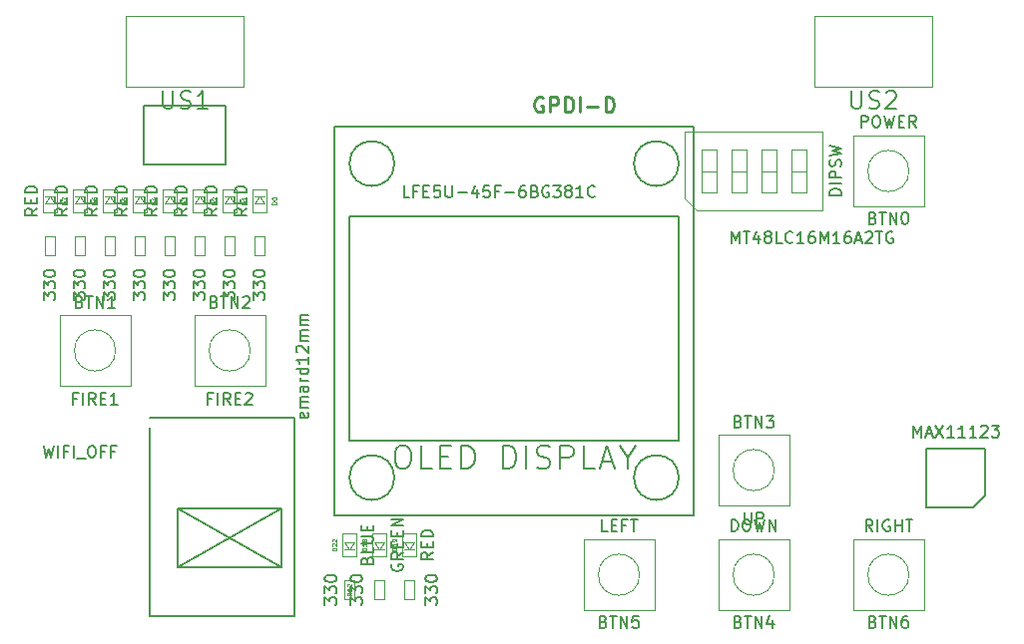
<source format=gbr>
G04 #@! TF.FileFunction,Other,Fab,Top*
%FSLAX46Y46*%
G04 Gerber Fmt 4.6, Leading zero omitted, Abs format (unit mm)*
G04 Created by KiCad (PCBNEW 4.0.7+dfsg1-1) date Fri Dec 22 20:15:13 2017*
%MOMM*%
%LPD*%
G01*
G04 APERTURE LIST*
%ADD10C,0.100000*%
%ADD11C,0.150000*%
%ADD12C,0.075000*%
%ADD13C,0.254000*%
G04 APERTURE END LIST*
D10*
X127990000Y-108880000D02*
X128790000Y-108880000D01*
X127990000Y-110480000D02*
X127990000Y-108880000D01*
X128790000Y-110480000D02*
X127990000Y-110480000D01*
X128790000Y-108880000D02*
X128790000Y-110480000D01*
X131330000Y-110480000D02*
X130530000Y-110480000D01*
X131330000Y-108880000D02*
X131330000Y-110480000D01*
X130530000Y-108880000D02*
X131330000Y-108880000D01*
X130530000Y-110480000D02*
X130530000Y-108880000D01*
X116880000Y-60925000D02*
X116880000Y-66925000D01*
X106880000Y-60925000D02*
X116880000Y-60925000D01*
X106880000Y-66925000D02*
X106880000Y-60925000D01*
X116880000Y-66925000D02*
X106880000Y-66925000D01*
X175300000Y-60925000D02*
X175300000Y-66925000D01*
X165300000Y-60925000D02*
X175300000Y-60925000D01*
X165300000Y-66925000D02*
X165300000Y-60925000D01*
X175300000Y-66925000D02*
X165300000Y-66925000D01*
X118630000Y-81270000D02*
X117830000Y-81270000D01*
X118630000Y-79670000D02*
X118630000Y-81270000D01*
X117830000Y-79670000D02*
X118630000Y-79670000D01*
X117830000Y-81270000D02*
X117830000Y-79670000D01*
X116090000Y-81270000D02*
X115290000Y-81270000D01*
X116090000Y-79670000D02*
X116090000Y-81270000D01*
X115290000Y-79670000D02*
X116090000Y-79670000D01*
X115290000Y-81270000D02*
X115290000Y-79670000D01*
X113550000Y-81270000D02*
X112750000Y-81270000D01*
X113550000Y-79670000D02*
X113550000Y-81270000D01*
X112750000Y-79670000D02*
X113550000Y-79670000D01*
X112750000Y-81270000D02*
X112750000Y-79670000D01*
X111010000Y-81270000D02*
X110210000Y-81270000D01*
X111010000Y-79670000D02*
X111010000Y-81270000D01*
X110210000Y-79670000D02*
X111010000Y-79670000D01*
X110210000Y-81270000D02*
X110210000Y-79670000D01*
X108470000Y-81270000D02*
X107670000Y-81270000D01*
X108470000Y-79670000D02*
X108470000Y-81270000D01*
X107670000Y-79670000D02*
X108470000Y-79670000D01*
X107670000Y-81270000D02*
X107670000Y-79670000D01*
X105930000Y-81270000D02*
X105130000Y-81270000D01*
X105930000Y-79670000D02*
X105930000Y-81270000D01*
X105130000Y-79670000D02*
X105930000Y-79670000D01*
X105130000Y-81270000D02*
X105130000Y-79670000D01*
X103390000Y-81270000D02*
X102590000Y-81270000D01*
X103390000Y-79670000D02*
X103390000Y-81270000D01*
X102590000Y-79670000D02*
X103390000Y-79670000D01*
X102590000Y-81270000D02*
X102590000Y-79670000D01*
X100850000Y-81270000D02*
X100050000Y-81270000D01*
X100850000Y-79670000D02*
X100850000Y-81270000D01*
X100050000Y-79670000D02*
X100850000Y-79670000D01*
X100050000Y-81270000D02*
X100050000Y-79670000D01*
D11*
X178785000Y-102655000D02*
X174785000Y-102655000D01*
X174785000Y-102655000D02*
X174785000Y-97655000D01*
X174785000Y-97655000D02*
X179785000Y-97655000D01*
X179785000Y-97655000D02*
X179785000Y-101655000D01*
X179785000Y-101655000D02*
X178785000Y-102655000D01*
X153790000Y-73485000D02*
G75*
G03X153790000Y-73485000I-1905000J0D01*
G01*
X129660000Y-73485000D02*
G75*
G03X129660000Y-73485000I-1905000J0D01*
G01*
X129660000Y-100155000D02*
G75*
G03X129660000Y-100155000I-1905000J0D01*
G01*
X153790000Y-100155000D02*
G75*
G03X153790000Y-100155000I-1905000J0D01*
G01*
X153790000Y-77930000D02*
X153790000Y-96980000D01*
X125850000Y-77930000D02*
X153790000Y-77930000D01*
X125850000Y-96980000D02*
X125850000Y-77930000D01*
X153790000Y-96980000D02*
X125850000Y-96980000D01*
X155060000Y-70310000D02*
X155060000Y-103330000D01*
X124580000Y-70310000D02*
X155060000Y-70310000D01*
X124580000Y-103330000D02*
X124580000Y-70310000D01*
X155060000Y-103330000D02*
X124580000Y-103330000D01*
D10*
X174570000Y-77120000D02*
X174570000Y-71120000D01*
X174570000Y-71120000D02*
X168570000Y-71120000D01*
X168570000Y-71120000D02*
X168570000Y-77120000D01*
X168570000Y-77120000D02*
X174570000Y-77120000D01*
X173320714Y-74120000D02*
G75*
G03X173320714Y-74120000I-1750714J0D01*
G01*
X101260000Y-86360000D02*
X101260000Y-92360000D01*
X101260000Y-92360000D02*
X107260000Y-92360000D01*
X107260000Y-92360000D02*
X107260000Y-86360000D01*
X107260000Y-86360000D02*
X101260000Y-86360000D01*
X106010714Y-89360000D02*
G75*
G03X106010714Y-89360000I-1750714J0D01*
G01*
X112690000Y-86360000D02*
X112690000Y-92360000D01*
X112690000Y-92360000D02*
X118690000Y-92360000D01*
X118690000Y-92360000D02*
X118690000Y-86360000D01*
X118690000Y-86360000D02*
X112690000Y-86360000D01*
X117440714Y-89360000D02*
G75*
G03X117440714Y-89360000I-1750714J0D01*
G01*
X157140000Y-96520000D02*
X157140000Y-102520000D01*
X157140000Y-102520000D02*
X163140000Y-102520000D01*
X163140000Y-102520000D02*
X163140000Y-96520000D01*
X163140000Y-96520000D02*
X157140000Y-96520000D01*
X161890714Y-99520000D02*
G75*
G03X161890714Y-99520000I-1750714J0D01*
G01*
X163140000Y-111410000D02*
X163140000Y-105410000D01*
X163140000Y-105410000D02*
X157140000Y-105410000D01*
X157140000Y-105410000D02*
X157140000Y-111410000D01*
X157140000Y-111410000D02*
X163140000Y-111410000D01*
X161890714Y-108410000D02*
G75*
G03X161890714Y-108410000I-1750714J0D01*
G01*
X151710000Y-111410000D02*
X151710000Y-105410000D01*
X151710000Y-105410000D02*
X145710000Y-105410000D01*
X145710000Y-105410000D02*
X145710000Y-111410000D01*
X145710000Y-111410000D02*
X151710000Y-111410000D01*
X150460714Y-108410000D02*
G75*
G03X150460714Y-108410000I-1750714J0D01*
G01*
X174570000Y-111410000D02*
X174570000Y-105410000D01*
X174570000Y-105410000D02*
X168570000Y-105410000D01*
X168570000Y-105410000D02*
X168570000Y-111410000D01*
X168570000Y-111410000D02*
X174570000Y-111410000D01*
X173320714Y-108410000D02*
G75*
G03X173320714Y-108410000I-1750714J0D01*
G01*
X154280000Y-76460000D02*
X154280000Y-70780000D01*
X154280000Y-70780000D02*
X166000000Y-70780000D01*
X166000000Y-70780000D02*
X166000000Y-77460000D01*
X166000000Y-77460000D02*
X155280000Y-77460000D01*
X155280000Y-77460000D02*
X154280000Y-76460000D01*
X155695000Y-75930000D02*
X156965000Y-75930000D01*
X156965000Y-75930000D02*
X156965000Y-72310000D01*
X156965000Y-72310000D02*
X155695000Y-72310000D01*
X155695000Y-72310000D02*
X155695000Y-75930000D01*
X155695000Y-74120000D02*
X156965000Y-74120000D01*
X158235000Y-75930000D02*
X159505000Y-75930000D01*
X159505000Y-75930000D02*
X159505000Y-72310000D01*
X159505000Y-72310000D02*
X158235000Y-72310000D01*
X158235000Y-72310000D02*
X158235000Y-75930000D01*
X158235000Y-74120000D02*
X159505000Y-74120000D01*
X160775000Y-75930000D02*
X162045000Y-75930000D01*
X162045000Y-75930000D02*
X162045000Y-72310000D01*
X162045000Y-72310000D02*
X160775000Y-72310000D01*
X160775000Y-72310000D02*
X160775000Y-75930000D01*
X160775000Y-74120000D02*
X162045000Y-74120000D01*
X163315000Y-75930000D02*
X164585000Y-75930000D01*
X164585000Y-75930000D02*
X164585000Y-72310000D01*
X164585000Y-72310000D02*
X163315000Y-72310000D01*
X163315000Y-72310000D02*
X163315000Y-75930000D01*
X163315000Y-74120000D02*
X164585000Y-74120000D01*
X125450000Y-106270000D02*
X126250000Y-106270000D01*
X125850000Y-106270000D02*
X125450000Y-105670000D01*
X126250000Y-105670000D02*
X125850000Y-106270000D01*
X125450000Y-105670000D02*
X126250000Y-105670000D01*
X126450000Y-104870000D02*
X126450000Y-106870000D01*
X125250000Y-104870000D02*
X126450000Y-104870000D01*
X125250000Y-106870000D02*
X125250000Y-104870000D01*
X126450000Y-106870000D02*
X125250000Y-106870000D01*
X125450000Y-108880000D02*
X126250000Y-108880000D01*
X125450000Y-110480000D02*
X125450000Y-108880000D01*
X126250000Y-110480000D02*
X125450000Y-110480000D01*
X126250000Y-108880000D02*
X126250000Y-110480000D01*
X127990000Y-106270000D02*
X128790000Y-106270000D01*
X128390000Y-106270000D02*
X127990000Y-105670000D01*
X128790000Y-105670000D02*
X128390000Y-106270000D01*
X127990000Y-105670000D02*
X128790000Y-105670000D01*
X128990000Y-104870000D02*
X128990000Y-106870000D01*
X127790000Y-104870000D02*
X128990000Y-104870000D01*
X127790000Y-106870000D02*
X127790000Y-104870000D01*
X128990000Y-106870000D02*
X127790000Y-106870000D01*
X118630000Y-76260000D02*
X117830000Y-76260000D01*
X118230000Y-76260000D02*
X118630000Y-76860000D01*
X117830000Y-76860000D02*
X118230000Y-76260000D01*
X118630000Y-76860000D02*
X117830000Y-76860000D01*
X117630000Y-77660000D02*
X117630000Y-75660000D01*
X118830000Y-77660000D02*
X117630000Y-77660000D01*
X118830000Y-75660000D02*
X118830000Y-77660000D01*
X117630000Y-75660000D02*
X118830000Y-75660000D01*
X116090000Y-76260000D02*
X115290000Y-76260000D01*
X115690000Y-76260000D02*
X116090000Y-76860000D01*
X115290000Y-76860000D02*
X115690000Y-76260000D01*
X116090000Y-76860000D02*
X115290000Y-76860000D01*
X115090000Y-77660000D02*
X115090000Y-75660000D01*
X116290000Y-77660000D02*
X115090000Y-77660000D01*
X116290000Y-75660000D02*
X116290000Y-77660000D01*
X115090000Y-75660000D02*
X116290000Y-75660000D01*
X113550000Y-76260000D02*
X112750000Y-76260000D01*
X113150000Y-76260000D02*
X113550000Y-76860000D01*
X112750000Y-76860000D02*
X113150000Y-76260000D01*
X113550000Y-76860000D02*
X112750000Y-76860000D01*
X112550000Y-77660000D02*
X112550000Y-75660000D01*
X113750000Y-77660000D02*
X112550000Y-77660000D01*
X113750000Y-75660000D02*
X113750000Y-77660000D01*
X112550000Y-75660000D02*
X113750000Y-75660000D01*
X111010000Y-76260000D02*
X110210000Y-76260000D01*
X110610000Y-76260000D02*
X111010000Y-76860000D01*
X110210000Y-76860000D02*
X110610000Y-76260000D01*
X111010000Y-76860000D02*
X110210000Y-76860000D01*
X110010000Y-77660000D02*
X110010000Y-75660000D01*
X111210000Y-77660000D02*
X110010000Y-77660000D01*
X111210000Y-75660000D02*
X111210000Y-77660000D01*
X110010000Y-75660000D02*
X111210000Y-75660000D01*
X108470000Y-76260000D02*
X107670000Y-76260000D01*
X108070000Y-76260000D02*
X108470000Y-76860000D01*
X107670000Y-76860000D02*
X108070000Y-76260000D01*
X108470000Y-76860000D02*
X107670000Y-76860000D01*
X107470000Y-77660000D02*
X107470000Y-75660000D01*
X108670000Y-77660000D02*
X107470000Y-77660000D01*
X108670000Y-75660000D02*
X108670000Y-77660000D01*
X107470000Y-75660000D02*
X108670000Y-75660000D01*
X105930000Y-76260000D02*
X105130000Y-76260000D01*
X105530000Y-76260000D02*
X105930000Y-76860000D01*
X105130000Y-76860000D02*
X105530000Y-76260000D01*
X105930000Y-76860000D02*
X105130000Y-76860000D01*
X104930000Y-77660000D02*
X104930000Y-75660000D01*
X106130000Y-77660000D02*
X104930000Y-77660000D01*
X106130000Y-75660000D02*
X106130000Y-77660000D01*
X104930000Y-75660000D02*
X106130000Y-75660000D01*
X103390000Y-76260000D02*
X102590000Y-76260000D01*
X102990000Y-76260000D02*
X103390000Y-76860000D01*
X102590000Y-76860000D02*
X102990000Y-76260000D01*
X103390000Y-76860000D02*
X102590000Y-76860000D01*
X102390000Y-77660000D02*
X102390000Y-75660000D01*
X103590000Y-77660000D02*
X102390000Y-77660000D01*
X103590000Y-75660000D02*
X103590000Y-77660000D01*
X102390000Y-75660000D02*
X103590000Y-75660000D01*
X100850000Y-76260000D02*
X100050000Y-76260000D01*
X100450000Y-76260000D02*
X100850000Y-76860000D01*
X100050000Y-76860000D02*
X100450000Y-76260000D01*
X100850000Y-76860000D02*
X100050000Y-76860000D01*
X99850000Y-77660000D02*
X99850000Y-75660000D01*
X101050000Y-77660000D02*
X99850000Y-77660000D01*
X101050000Y-75660000D02*
X101050000Y-77660000D01*
X99850000Y-75660000D02*
X101050000Y-75660000D01*
X130530000Y-106270000D02*
X131330000Y-106270000D01*
X130930000Y-106270000D02*
X130530000Y-105670000D01*
X131330000Y-105670000D02*
X130930000Y-106270000D01*
X130530000Y-105670000D02*
X131330000Y-105670000D01*
X131530000Y-104870000D02*
X131530000Y-106870000D01*
X130330000Y-104870000D02*
X131530000Y-104870000D01*
X130330000Y-106870000D02*
X130330000Y-104870000D01*
X131530000Y-106870000D02*
X130330000Y-106870000D01*
D11*
X120050000Y-102800000D02*
X111250000Y-107750000D01*
X120050000Y-107750000D02*
X111250000Y-102800000D01*
X120050000Y-102800000D02*
X120050000Y-107750000D01*
X111250000Y-102800000D02*
X111250000Y-107750000D01*
X111250000Y-107750000D02*
X120050000Y-107750000D01*
X120050000Y-102800000D02*
X111250000Y-102800000D01*
X121200000Y-95100000D02*
X108900000Y-95100000D01*
X121200000Y-111900000D02*
X121200000Y-95100000D01*
X108900000Y-111900000D02*
X121200000Y-111900000D01*
X108900000Y-95950000D02*
X108900000Y-111900000D01*
X115380000Y-68572000D02*
X115380000Y-73572000D01*
X108380000Y-68572000D02*
X115380000Y-68572000D01*
X108380000Y-73572000D02*
X108380000Y-68572000D01*
X115380000Y-73572000D02*
X108380000Y-73572000D01*
X99894762Y-97448381D02*
X100132857Y-98448381D01*
X100323334Y-97734095D01*
X100513810Y-98448381D01*
X100751905Y-97448381D01*
X101132857Y-98448381D02*
X101132857Y-97448381D01*
X101942381Y-97924571D02*
X101609047Y-97924571D01*
X101609047Y-98448381D02*
X101609047Y-97448381D01*
X102085238Y-97448381D01*
X102466190Y-98448381D02*
X102466190Y-97448381D01*
X102704285Y-98543619D02*
X103466190Y-98543619D01*
X103894761Y-97448381D02*
X104085238Y-97448381D01*
X104180476Y-97496000D01*
X104275714Y-97591238D01*
X104323333Y-97781714D01*
X104323333Y-98115048D01*
X104275714Y-98305524D01*
X104180476Y-98400762D01*
X104085238Y-98448381D01*
X103894761Y-98448381D01*
X103799523Y-98400762D01*
X103704285Y-98305524D01*
X103656666Y-98115048D01*
X103656666Y-97781714D01*
X103704285Y-97591238D01*
X103799523Y-97496000D01*
X103894761Y-97448381D01*
X105085238Y-97924571D02*
X104751904Y-97924571D01*
X104751904Y-98448381D02*
X104751904Y-97448381D01*
X105228095Y-97448381D01*
X105942381Y-97924571D02*
X105609047Y-97924571D01*
X105609047Y-98448381D02*
X105609047Y-97448381D01*
X106085238Y-97448381D01*
X125942381Y-110965714D02*
X125942381Y-110346666D01*
X126323333Y-110680000D01*
X126323333Y-110537142D01*
X126370952Y-110441904D01*
X126418571Y-110394285D01*
X126513810Y-110346666D01*
X126751905Y-110346666D01*
X126847143Y-110394285D01*
X126894762Y-110441904D01*
X126942381Y-110537142D01*
X126942381Y-110822857D01*
X126894762Y-110918095D01*
X126847143Y-110965714D01*
X125942381Y-110013333D02*
X125942381Y-109394285D01*
X126323333Y-109727619D01*
X126323333Y-109584761D01*
X126370952Y-109489523D01*
X126418571Y-109441904D01*
X126513810Y-109394285D01*
X126751905Y-109394285D01*
X126847143Y-109441904D01*
X126894762Y-109489523D01*
X126942381Y-109584761D01*
X126942381Y-109870476D01*
X126894762Y-109965714D01*
X126847143Y-110013333D01*
X125942381Y-108775238D02*
X125942381Y-108679999D01*
X125990000Y-108584761D01*
X126037619Y-108537142D01*
X126132857Y-108489523D01*
X126323333Y-108441904D01*
X126561429Y-108441904D01*
X126751905Y-108489523D01*
X126847143Y-108537142D01*
X126894762Y-108584761D01*
X126942381Y-108679999D01*
X126942381Y-108775238D01*
X126894762Y-108870476D01*
X126847143Y-108918095D01*
X126751905Y-108965714D01*
X126561429Y-109013333D01*
X126323333Y-109013333D01*
X126132857Y-108965714D01*
X126037619Y-108918095D01*
X125990000Y-108870476D01*
X125942381Y-108775238D01*
X132282381Y-110965714D02*
X132282381Y-110346666D01*
X132663333Y-110680000D01*
X132663333Y-110537142D01*
X132710952Y-110441904D01*
X132758571Y-110394285D01*
X132853810Y-110346666D01*
X133091905Y-110346666D01*
X133187143Y-110394285D01*
X133234762Y-110441904D01*
X133282381Y-110537142D01*
X133282381Y-110822857D01*
X133234762Y-110918095D01*
X133187143Y-110965714D01*
X132282381Y-110013333D02*
X132282381Y-109394285D01*
X132663333Y-109727619D01*
X132663333Y-109584761D01*
X132710952Y-109489523D01*
X132758571Y-109441904D01*
X132853810Y-109394285D01*
X133091905Y-109394285D01*
X133187143Y-109441904D01*
X133234762Y-109489523D01*
X133282381Y-109584761D01*
X133282381Y-109870476D01*
X133234762Y-109965714D01*
X133187143Y-110013333D01*
X132282381Y-108775238D02*
X132282381Y-108679999D01*
X132330000Y-108584761D01*
X132377619Y-108537142D01*
X132472857Y-108489523D01*
X132663333Y-108441904D01*
X132901429Y-108441904D01*
X133091905Y-108489523D01*
X133187143Y-108537142D01*
X133234762Y-108584761D01*
X133282381Y-108679999D01*
X133282381Y-108775238D01*
X133234762Y-108870476D01*
X133187143Y-108918095D01*
X133091905Y-108965714D01*
X132901429Y-109013333D01*
X132663333Y-109013333D01*
X132472857Y-108965714D01*
X132377619Y-108918095D01*
X132330000Y-108870476D01*
X132282381Y-108775238D01*
X110022858Y-67329571D02*
X110022858Y-68543857D01*
X110094286Y-68686714D01*
X110165715Y-68758143D01*
X110308572Y-68829571D01*
X110594286Y-68829571D01*
X110737144Y-68758143D01*
X110808572Y-68686714D01*
X110880001Y-68543857D01*
X110880001Y-67329571D01*
X111522858Y-68758143D02*
X111737144Y-68829571D01*
X112094287Y-68829571D01*
X112237144Y-68758143D01*
X112308573Y-68686714D01*
X112380001Y-68543857D01*
X112380001Y-68401000D01*
X112308573Y-68258143D01*
X112237144Y-68186714D01*
X112094287Y-68115286D01*
X111808573Y-68043857D01*
X111665715Y-67972429D01*
X111594287Y-67901000D01*
X111522858Y-67758143D01*
X111522858Y-67615286D01*
X111594287Y-67472429D01*
X111665715Y-67401000D01*
X111808573Y-67329571D01*
X112165715Y-67329571D01*
X112380001Y-67401000D01*
X113808572Y-68829571D02*
X112951429Y-68829571D01*
X113380001Y-68829571D02*
X113380001Y-67329571D01*
X113237144Y-67543857D01*
X113094286Y-67686714D01*
X112951429Y-67758143D01*
X168442858Y-67329571D02*
X168442858Y-68543857D01*
X168514286Y-68686714D01*
X168585715Y-68758143D01*
X168728572Y-68829571D01*
X169014286Y-68829571D01*
X169157144Y-68758143D01*
X169228572Y-68686714D01*
X169300001Y-68543857D01*
X169300001Y-67329571D01*
X169942858Y-68758143D02*
X170157144Y-68829571D01*
X170514287Y-68829571D01*
X170657144Y-68758143D01*
X170728573Y-68686714D01*
X170800001Y-68543857D01*
X170800001Y-68401000D01*
X170728573Y-68258143D01*
X170657144Y-68186714D01*
X170514287Y-68115286D01*
X170228573Y-68043857D01*
X170085715Y-67972429D01*
X170014287Y-67901000D01*
X169942858Y-67758143D01*
X169942858Y-67615286D01*
X170014287Y-67472429D01*
X170085715Y-67401000D01*
X170228573Y-67329571D01*
X170585715Y-67329571D01*
X170800001Y-67401000D01*
X171371429Y-67472429D02*
X171442858Y-67401000D01*
X171585715Y-67329571D01*
X171942858Y-67329571D01*
X172085715Y-67401000D01*
X172157144Y-67472429D01*
X172228572Y-67615286D01*
X172228572Y-67758143D01*
X172157144Y-67972429D01*
X171300001Y-68829571D01*
X172228572Y-68829571D01*
X117682381Y-85057714D02*
X117682381Y-84438666D01*
X118063333Y-84772000D01*
X118063333Y-84629142D01*
X118110952Y-84533904D01*
X118158571Y-84486285D01*
X118253810Y-84438666D01*
X118491905Y-84438666D01*
X118587143Y-84486285D01*
X118634762Y-84533904D01*
X118682381Y-84629142D01*
X118682381Y-84914857D01*
X118634762Y-85010095D01*
X118587143Y-85057714D01*
X117682381Y-84105333D02*
X117682381Y-83486285D01*
X118063333Y-83819619D01*
X118063333Y-83676761D01*
X118110952Y-83581523D01*
X118158571Y-83533904D01*
X118253810Y-83486285D01*
X118491905Y-83486285D01*
X118587143Y-83533904D01*
X118634762Y-83581523D01*
X118682381Y-83676761D01*
X118682381Y-83962476D01*
X118634762Y-84057714D01*
X118587143Y-84105333D01*
X117682381Y-82867238D02*
X117682381Y-82771999D01*
X117730000Y-82676761D01*
X117777619Y-82629142D01*
X117872857Y-82581523D01*
X118063333Y-82533904D01*
X118301429Y-82533904D01*
X118491905Y-82581523D01*
X118587143Y-82629142D01*
X118634762Y-82676761D01*
X118682381Y-82771999D01*
X118682381Y-82867238D01*
X118634762Y-82962476D01*
X118587143Y-83010095D01*
X118491905Y-83057714D01*
X118301429Y-83105333D01*
X118063333Y-83105333D01*
X117872857Y-83057714D01*
X117777619Y-83010095D01*
X117730000Y-82962476D01*
X117682381Y-82867238D01*
X115142381Y-85057714D02*
X115142381Y-84438666D01*
X115523333Y-84772000D01*
X115523333Y-84629142D01*
X115570952Y-84533904D01*
X115618571Y-84486285D01*
X115713810Y-84438666D01*
X115951905Y-84438666D01*
X116047143Y-84486285D01*
X116094762Y-84533904D01*
X116142381Y-84629142D01*
X116142381Y-84914857D01*
X116094762Y-85010095D01*
X116047143Y-85057714D01*
X115142381Y-84105333D02*
X115142381Y-83486285D01*
X115523333Y-83819619D01*
X115523333Y-83676761D01*
X115570952Y-83581523D01*
X115618571Y-83533904D01*
X115713810Y-83486285D01*
X115951905Y-83486285D01*
X116047143Y-83533904D01*
X116094762Y-83581523D01*
X116142381Y-83676761D01*
X116142381Y-83962476D01*
X116094762Y-84057714D01*
X116047143Y-84105333D01*
X115142381Y-82867238D02*
X115142381Y-82771999D01*
X115190000Y-82676761D01*
X115237619Y-82629142D01*
X115332857Y-82581523D01*
X115523333Y-82533904D01*
X115761429Y-82533904D01*
X115951905Y-82581523D01*
X116047143Y-82629142D01*
X116094762Y-82676761D01*
X116142381Y-82771999D01*
X116142381Y-82867238D01*
X116094762Y-82962476D01*
X116047143Y-83010095D01*
X115951905Y-83057714D01*
X115761429Y-83105333D01*
X115523333Y-83105333D01*
X115332857Y-83057714D01*
X115237619Y-83010095D01*
X115190000Y-82962476D01*
X115142381Y-82867238D01*
X112602381Y-85057714D02*
X112602381Y-84438666D01*
X112983333Y-84772000D01*
X112983333Y-84629142D01*
X113030952Y-84533904D01*
X113078571Y-84486285D01*
X113173810Y-84438666D01*
X113411905Y-84438666D01*
X113507143Y-84486285D01*
X113554762Y-84533904D01*
X113602381Y-84629142D01*
X113602381Y-84914857D01*
X113554762Y-85010095D01*
X113507143Y-85057714D01*
X112602381Y-84105333D02*
X112602381Y-83486285D01*
X112983333Y-83819619D01*
X112983333Y-83676761D01*
X113030952Y-83581523D01*
X113078571Y-83533904D01*
X113173810Y-83486285D01*
X113411905Y-83486285D01*
X113507143Y-83533904D01*
X113554762Y-83581523D01*
X113602381Y-83676761D01*
X113602381Y-83962476D01*
X113554762Y-84057714D01*
X113507143Y-84105333D01*
X112602381Y-82867238D02*
X112602381Y-82771999D01*
X112650000Y-82676761D01*
X112697619Y-82629142D01*
X112792857Y-82581523D01*
X112983333Y-82533904D01*
X113221429Y-82533904D01*
X113411905Y-82581523D01*
X113507143Y-82629142D01*
X113554762Y-82676761D01*
X113602381Y-82771999D01*
X113602381Y-82867238D01*
X113554762Y-82962476D01*
X113507143Y-83010095D01*
X113411905Y-83057714D01*
X113221429Y-83105333D01*
X112983333Y-83105333D01*
X112792857Y-83057714D01*
X112697619Y-83010095D01*
X112650000Y-82962476D01*
X112602381Y-82867238D01*
X110062381Y-85057714D02*
X110062381Y-84438666D01*
X110443333Y-84772000D01*
X110443333Y-84629142D01*
X110490952Y-84533904D01*
X110538571Y-84486285D01*
X110633810Y-84438666D01*
X110871905Y-84438666D01*
X110967143Y-84486285D01*
X111014762Y-84533904D01*
X111062381Y-84629142D01*
X111062381Y-84914857D01*
X111014762Y-85010095D01*
X110967143Y-85057714D01*
X110062381Y-84105333D02*
X110062381Y-83486285D01*
X110443333Y-83819619D01*
X110443333Y-83676761D01*
X110490952Y-83581523D01*
X110538571Y-83533904D01*
X110633810Y-83486285D01*
X110871905Y-83486285D01*
X110967143Y-83533904D01*
X111014762Y-83581523D01*
X111062381Y-83676761D01*
X111062381Y-83962476D01*
X111014762Y-84057714D01*
X110967143Y-84105333D01*
X110062381Y-82867238D02*
X110062381Y-82771999D01*
X110110000Y-82676761D01*
X110157619Y-82629142D01*
X110252857Y-82581523D01*
X110443333Y-82533904D01*
X110681429Y-82533904D01*
X110871905Y-82581523D01*
X110967143Y-82629142D01*
X111014762Y-82676761D01*
X111062381Y-82771999D01*
X111062381Y-82867238D01*
X111014762Y-82962476D01*
X110967143Y-83010095D01*
X110871905Y-83057714D01*
X110681429Y-83105333D01*
X110443333Y-83105333D01*
X110252857Y-83057714D01*
X110157619Y-83010095D01*
X110110000Y-82962476D01*
X110062381Y-82867238D01*
X107522381Y-85057714D02*
X107522381Y-84438666D01*
X107903333Y-84772000D01*
X107903333Y-84629142D01*
X107950952Y-84533904D01*
X107998571Y-84486285D01*
X108093810Y-84438666D01*
X108331905Y-84438666D01*
X108427143Y-84486285D01*
X108474762Y-84533904D01*
X108522381Y-84629142D01*
X108522381Y-84914857D01*
X108474762Y-85010095D01*
X108427143Y-85057714D01*
X107522381Y-84105333D02*
X107522381Y-83486285D01*
X107903333Y-83819619D01*
X107903333Y-83676761D01*
X107950952Y-83581523D01*
X107998571Y-83533904D01*
X108093810Y-83486285D01*
X108331905Y-83486285D01*
X108427143Y-83533904D01*
X108474762Y-83581523D01*
X108522381Y-83676761D01*
X108522381Y-83962476D01*
X108474762Y-84057714D01*
X108427143Y-84105333D01*
X107522381Y-82867238D02*
X107522381Y-82771999D01*
X107570000Y-82676761D01*
X107617619Y-82629142D01*
X107712857Y-82581523D01*
X107903333Y-82533904D01*
X108141429Y-82533904D01*
X108331905Y-82581523D01*
X108427143Y-82629142D01*
X108474762Y-82676761D01*
X108522381Y-82771999D01*
X108522381Y-82867238D01*
X108474762Y-82962476D01*
X108427143Y-83010095D01*
X108331905Y-83057714D01*
X108141429Y-83105333D01*
X107903333Y-83105333D01*
X107712857Y-83057714D01*
X107617619Y-83010095D01*
X107570000Y-82962476D01*
X107522381Y-82867238D01*
X104982381Y-85057714D02*
X104982381Y-84438666D01*
X105363333Y-84772000D01*
X105363333Y-84629142D01*
X105410952Y-84533904D01*
X105458571Y-84486285D01*
X105553810Y-84438666D01*
X105791905Y-84438666D01*
X105887143Y-84486285D01*
X105934762Y-84533904D01*
X105982381Y-84629142D01*
X105982381Y-84914857D01*
X105934762Y-85010095D01*
X105887143Y-85057714D01*
X104982381Y-84105333D02*
X104982381Y-83486285D01*
X105363333Y-83819619D01*
X105363333Y-83676761D01*
X105410952Y-83581523D01*
X105458571Y-83533904D01*
X105553810Y-83486285D01*
X105791905Y-83486285D01*
X105887143Y-83533904D01*
X105934762Y-83581523D01*
X105982381Y-83676761D01*
X105982381Y-83962476D01*
X105934762Y-84057714D01*
X105887143Y-84105333D01*
X104982381Y-82867238D02*
X104982381Y-82771999D01*
X105030000Y-82676761D01*
X105077619Y-82629142D01*
X105172857Y-82581523D01*
X105363333Y-82533904D01*
X105601429Y-82533904D01*
X105791905Y-82581523D01*
X105887143Y-82629142D01*
X105934762Y-82676761D01*
X105982381Y-82771999D01*
X105982381Y-82867238D01*
X105934762Y-82962476D01*
X105887143Y-83010095D01*
X105791905Y-83057714D01*
X105601429Y-83105333D01*
X105363333Y-83105333D01*
X105172857Y-83057714D01*
X105077619Y-83010095D01*
X105030000Y-82962476D01*
X104982381Y-82867238D01*
X102442381Y-85057714D02*
X102442381Y-84438666D01*
X102823333Y-84772000D01*
X102823333Y-84629142D01*
X102870952Y-84533904D01*
X102918571Y-84486285D01*
X103013810Y-84438666D01*
X103251905Y-84438666D01*
X103347143Y-84486285D01*
X103394762Y-84533904D01*
X103442381Y-84629142D01*
X103442381Y-84914857D01*
X103394762Y-85010095D01*
X103347143Y-85057714D01*
X102442381Y-84105333D02*
X102442381Y-83486285D01*
X102823333Y-83819619D01*
X102823333Y-83676761D01*
X102870952Y-83581523D01*
X102918571Y-83533904D01*
X103013810Y-83486285D01*
X103251905Y-83486285D01*
X103347143Y-83533904D01*
X103394762Y-83581523D01*
X103442381Y-83676761D01*
X103442381Y-83962476D01*
X103394762Y-84057714D01*
X103347143Y-84105333D01*
X102442381Y-82867238D02*
X102442381Y-82771999D01*
X102490000Y-82676761D01*
X102537619Y-82629142D01*
X102632857Y-82581523D01*
X102823333Y-82533904D01*
X103061429Y-82533904D01*
X103251905Y-82581523D01*
X103347143Y-82629142D01*
X103394762Y-82676761D01*
X103442381Y-82771999D01*
X103442381Y-82867238D01*
X103394762Y-82962476D01*
X103347143Y-83010095D01*
X103251905Y-83057714D01*
X103061429Y-83105333D01*
X102823333Y-83105333D01*
X102632857Y-83057714D01*
X102537619Y-83010095D01*
X102490000Y-82962476D01*
X102442381Y-82867238D01*
X99902381Y-85057714D02*
X99902381Y-84438666D01*
X100283333Y-84772000D01*
X100283333Y-84629142D01*
X100330952Y-84533904D01*
X100378571Y-84486285D01*
X100473810Y-84438666D01*
X100711905Y-84438666D01*
X100807143Y-84486285D01*
X100854762Y-84533904D01*
X100902381Y-84629142D01*
X100902381Y-84914857D01*
X100854762Y-85010095D01*
X100807143Y-85057714D01*
X99902381Y-84105333D02*
X99902381Y-83486285D01*
X100283333Y-83819619D01*
X100283333Y-83676761D01*
X100330952Y-83581523D01*
X100378571Y-83533904D01*
X100473810Y-83486285D01*
X100711905Y-83486285D01*
X100807143Y-83533904D01*
X100854762Y-83581523D01*
X100902381Y-83676761D01*
X100902381Y-83962476D01*
X100854762Y-84057714D01*
X100807143Y-84105333D01*
X99902381Y-82867238D02*
X99902381Y-82771999D01*
X99950000Y-82676761D01*
X99997619Y-82629142D01*
X100092857Y-82581523D01*
X100283333Y-82533904D01*
X100521429Y-82533904D01*
X100711905Y-82581523D01*
X100807143Y-82629142D01*
X100854762Y-82676761D01*
X100902381Y-82771999D01*
X100902381Y-82867238D01*
X100854762Y-82962476D01*
X100807143Y-83010095D01*
X100711905Y-83057714D01*
X100521429Y-83105333D01*
X100283333Y-83105333D01*
X100092857Y-83057714D01*
X99997619Y-83010095D01*
X99950000Y-82962476D01*
X99902381Y-82867238D01*
X173665952Y-96732381D02*
X173665952Y-95732381D01*
X173999286Y-96446667D01*
X174332619Y-95732381D01*
X174332619Y-96732381D01*
X174761190Y-96446667D02*
X175237381Y-96446667D01*
X174665952Y-96732381D02*
X174999285Y-95732381D01*
X175332619Y-96732381D01*
X175570714Y-95732381D02*
X176237381Y-96732381D01*
X176237381Y-95732381D02*
X175570714Y-96732381D01*
X177142143Y-96732381D02*
X176570714Y-96732381D01*
X176856428Y-96732381D02*
X176856428Y-95732381D01*
X176761190Y-95875238D01*
X176665952Y-95970476D01*
X176570714Y-96018095D01*
X178094524Y-96732381D02*
X177523095Y-96732381D01*
X177808809Y-96732381D02*
X177808809Y-95732381D01*
X177713571Y-95875238D01*
X177618333Y-95970476D01*
X177523095Y-96018095D01*
X179046905Y-96732381D02*
X178475476Y-96732381D01*
X178761190Y-96732381D02*
X178761190Y-95732381D01*
X178665952Y-95875238D01*
X178570714Y-95970476D01*
X178475476Y-96018095D01*
X179427857Y-95827619D02*
X179475476Y-95780000D01*
X179570714Y-95732381D01*
X179808810Y-95732381D01*
X179904048Y-95780000D01*
X179951667Y-95827619D01*
X179999286Y-95922857D01*
X179999286Y-96018095D01*
X179951667Y-96160952D01*
X179380238Y-96732381D01*
X179999286Y-96732381D01*
X180332619Y-95732381D02*
X180951667Y-95732381D01*
X180618333Y-96113333D01*
X180761191Y-96113333D01*
X180856429Y-96160952D01*
X180904048Y-96208571D01*
X180951667Y-96303810D01*
X180951667Y-96541905D01*
X180904048Y-96637143D01*
X180856429Y-96684762D01*
X180761191Y-96732381D01*
X180475476Y-96732381D01*
X180380238Y-96684762D01*
X180332619Y-96637143D01*
X130200952Y-97408762D02*
X130581904Y-97408762D01*
X130772380Y-97504000D01*
X130962857Y-97694476D01*
X131058095Y-98075429D01*
X131058095Y-98742095D01*
X130962857Y-99123048D01*
X130772380Y-99313524D01*
X130581904Y-99408762D01*
X130200952Y-99408762D01*
X130010476Y-99313524D01*
X129819999Y-99123048D01*
X129724761Y-98742095D01*
X129724761Y-98075429D01*
X129819999Y-97694476D01*
X130010476Y-97504000D01*
X130200952Y-97408762D01*
X132867618Y-99408762D02*
X131915237Y-99408762D01*
X131915237Y-97408762D01*
X133534285Y-98361143D02*
X134200952Y-98361143D01*
X134486666Y-99408762D02*
X133534285Y-99408762D01*
X133534285Y-97408762D01*
X134486666Y-97408762D01*
X135343809Y-99408762D02*
X135343809Y-97408762D01*
X135820000Y-97408762D01*
X136105714Y-97504000D01*
X136296190Y-97694476D01*
X136391429Y-97884952D01*
X136486667Y-98265905D01*
X136486667Y-98551619D01*
X136391429Y-98932571D01*
X136296190Y-99123048D01*
X136105714Y-99313524D01*
X135820000Y-99408762D01*
X135343809Y-99408762D01*
X138867619Y-99408762D02*
X138867619Y-97408762D01*
X139343810Y-97408762D01*
X139629524Y-97504000D01*
X139820000Y-97694476D01*
X139915239Y-97884952D01*
X140010477Y-98265905D01*
X140010477Y-98551619D01*
X139915239Y-98932571D01*
X139820000Y-99123048D01*
X139629524Y-99313524D01*
X139343810Y-99408762D01*
X138867619Y-99408762D01*
X140867619Y-99408762D02*
X140867619Y-97408762D01*
X141724762Y-99313524D02*
X142010477Y-99408762D01*
X142486667Y-99408762D01*
X142677143Y-99313524D01*
X142772381Y-99218286D01*
X142867620Y-99027810D01*
X142867620Y-98837333D01*
X142772381Y-98646857D01*
X142677143Y-98551619D01*
X142486667Y-98456381D01*
X142105715Y-98361143D01*
X141915239Y-98265905D01*
X141820000Y-98170667D01*
X141724762Y-97980190D01*
X141724762Y-97789714D01*
X141820000Y-97599238D01*
X141915239Y-97504000D01*
X142105715Y-97408762D01*
X142581905Y-97408762D01*
X142867620Y-97504000D01*
X143724762Y-99408762D02*
X143724762Y-97408762D01*
X144486667Y-97408762D01*
X144677143Y-97504000D01*
X144772382Y-97599238D01*
X144867620Y-97789714D01*
X144867620Y-98075429D01*
X144772382Y-98265905D01*
X144677143Y-98361143D01*
X144486667Y-98456381D01*
X143724762Y-98456381D01*
X146677143Y-99408762D02*
X145724762Y-99408762D01*
X145724762Y-97408762D01*
X147248572Y-98837333D02*
X148200953Y-98837333D01*
X147058096Y-99408762D02*
X147724763Y-97408762D01*
X148391430Y-99408762D01*
X149439049Y-98456381D02*
X149439049Y-99408762D01*
X148772382Y-97408762D02*
X149439049Y-98456381D01*
X150105716Y-97408762D01*
X169260476Y-70422381D02*
X169260476Y-69422381D01*
X169641429Y-69422381D01*
X169736667Y-69470000D01*
X169784286Y-69517619D01*
X169831905Y-69612857D01*
X169831905Y-69755714D01*
X169784286Y-69850952D01*
X169736667Y-69898571D01*
X169641429Y-69946190D01*
X169260476Y-69946190D01*
X170450952Y-69422381D02*
X170641429Y-69422381D01*
X170736667Y-69470000D01*
X170831905Y-69565238D01*
X170879524Y-69755714D01*
X170879524Y-70089048D01*
X170831905Y-70279524D01*
X170736667Y-70374762D01*
X170641429Y-70422381D01*
X170450952Y-70422381D01*
X170355714Y-70374762D01*
X170260476Y-70279524D01*
X170212857Y-70089048D01*
X170212857Y-69755714D01*
X170260476Y-69565238D01*
X170355714Y-69470000D01*
X170450952Y-69422381D01*
X171212857Y-69422381D02*
X171450952Y-70422381D01*
X171641429Y-69708095D01*
X171831905Y-70422381D01*
X172070000Y-69422381D01*
X172450952Y-69898571D02*
X172784286Y-69898571D01*
X172927143Y-70422381D02*
X172450952Y-70422381D01*
X172450952Y-69422381D01*
X172927143Y-69422381D01*
X173927143Y-70422381D02*
X173593809Y-69946190D01*
X173355714Y-70422381D02*
X173355714Y-69422381D01*
X173736667Y-69422381D01*
X173831905Y-69470000D01*
X173879524Y-69517619D01*
X173927143Y-69612857D01*
X173927143Y-69755714D01*
X173879524Y-69850952D01*
X173831905Y-69898571D01*
X173736667Y-69946190D01*
X173355714Y-69946190D01*
X170260477Y-78098571D02*
X170403334Y-78146190D01*
X170450953Y-78193810D01*
X170498572Y-78289048D01*
X170498572Y-78431905D01*
X170450953Y-78527143D01*
X170403334Y-78574762D01*
X170308096Y-78622381D01*
X169927143Y-78622381D01*
X169927143Y-77622381D01*
X170260477Y-77622381D01*
X170355715Y-77670000D01*
X170403334Y-77717619D01*
X170450953Y-77812857D01*
X170450953Y-77908095D01*
X170403334Y-78003333D01*
X170355715Y-78050952D01*
X170260477Y-78098571D01*
X169927143Y-78098571D01*
X170784286Y-77622381D02*
X171355715Y-77622381D01*
X171070000Y-78622381D02*
X171070000Y-77622381D01*
X171689048Y-78622381D02*
X171689048Y-77622381D01*
X172260477Y-78622381D01*
X172260477Y-77622381D01*
X172927143Y-77622381D02*
X173022382Y-77622381D01*
X173117620Y-77670000D01*
X173165239Y-77717619D01*
X173212858Y-77812857D01*
X173260477Y-78003333D01*
X173260477Y-78241429D01*
X173212858Y-78431905D01*
X173165239Y-78527143D01*
X173117620Y-78574762D01*
X173022382Y-78622381D01*
X172927143Y-78622381D01*
X172831905Y-78574762D01*
X172784286Y-78527143D01*
X172736667Y-78431905D01*
X172689048Y-78241429D01*
X172689048Y-78003333D01*
X172736667Y-77812857D01*
X172784286Y-77717619D01*
X172831905Y-77670000D01*
X172927143Y-77622381D01*
X102736191Y-93438571D02*
X102402857Y-93438571D01*
X102402857Y-93962381D02*
X102402857Y-92962381D01*
X102879048Y-92962381D01*
X103260000Y-93962381D02*
X103260000Y-92962381D01*
X104307619Y-93962381D02*
X103974285Y-93486190D01*
X103736190Y-93962381D02*
X103736190Y-92962381D01*
X104117143Y-92962381D01*
X104212381Y-93010000D01*
X104260000Y-93057619D01*
X104307619Y-93152857D01*
X104307619Y-93295714D01*
X104260000Y-93390952D01*
X104212381Y-93438571D01*
X104117143Y-93486190D01*
X103736190Y-93486190D01*
X104736190Y-93438571D02*
X105069524Y-93438571D01*
X105212381Y-93962381D02*
X104736190Y-93962381D01*
X104736190Y-92962381D01*
X105212381Y-92962381D01*
X106164762Y-93962381D02*
X105593333Y-93962381D01*
X105879047Y-93962381D02*
X105879047Y-92962381D01*
X105783809Y-93105238D01*
X105688571Y-93200476D01*
X105593333Y-93248095D01*
X102950477Y-85238571D02*
X103093334Y-85286190D01*
X103140953Y-85333810D01*
X103188572Y-85429048D01*
X103188572Y-85571905D01*
X103140953Y-85667143D01*
X103093334Y-85714762D01*
X102998096Y-85762381D01*
X102617143Y-85762381D01*
X102617143Y-84762381D01*
X102950477Y-84762381D01*
X103045715Y-84810000D01*
X103093334Y-84857619D01*
X103140953Y-84952857D01*
X103140953Y-85048095D01*
X103093334Y-85143333D01*
X103045715Y-85190952D01*
X102950477Y-85238571D01*
X102617143Y-85238571D01*
X103474286Y-84762381D02*
X104045715Y-84762381D01*
X103760000Y-85762381D02*
X103760000Y-84762381D01*
X104379048Y-85762381D02*
X104379048Y-84762381D01*
X104950477Y-85762381D01*
X104950477Y-84762381D01*
X105950477Y-85762381D02*
X105379048Y-85762381D01*
X105664762Y-85762381D02*
X105664762Y-84762381D01*
X105569524Y-84905238D01*
X105474286Y-85000476D01*
X105379048Y-85048095D01*
X114166191Y-93438571D02*
X113832857Y-93438571D01*
X113832857Y-93962381D02*
X113832857Y-92962381D01*
X114309048Y-92962381D01*
X114690000Y-93962381D02*
X114690000Y-92962381D01*
X115737619Y-93962381D02*
X115404285Y-93486190D01*
X115166190Y-93962381D02*
X115166190Y-92962381D01*
X115547143Y-92962381D01*
X115642381Y-93010000D01*
X115690000Y-93057619D01*
X115737619Y-93152857D01*
X115737619Y-93295714D01*
X115690000Y-93390952D01*
X115642381Y-93438571D01*
X115547143Y-93486190D01*
X115166190Y-93486190D01*
X116166190Y-93438571D02*
X116499524Y-93438571D01*
X116642381Y-93962381D02*
X116166190Y-93962381D01*
X116166190Y-92962381D01*
X116642381Y-92962381D01*
X117023333Y-93057619D02*
X117070952Y-93010000D01*
X117166190Y-92962381D01*
X117404286Y-92962381D01*
X117499524Y-93010000D01*
X117547143Y-93057619D01*
X117594762Y-93152857D01*
X117594762Y-93248095D01*
X117547143Y-93390952D01*
X116975714Y-93962381D01*
X117594762Y-93962381D01*
X114380477Y-85238571D02*
X114523334Y-85286190D01*
X114570953Y-85333810D01*
X114618572Y-85429048D01*
X114618572Y-85571905D01*
X114570953Y-85667143D01*
X114523334Y-85714762D01*
X114428096Y-85762381D01*
X114047143Y-85762381D01*
X114047143Y-84762381D01*
X114380477Y-84762381D01*
X114475715Y-84810000D01*
X114523334Y-84857619D01*
X114570953Y-84952857D01*
X114570953Y-85048095D01*
X114523334Y-85143333D01*
X114475715Y-85190952D01*
X114380477Y-85238571D01*
X114047143Y-85238571D01*
X114904286Y-84762381D02*
X115475715Y-84762381D01*
X115190000Y-85762381D02*
X115190000Y-84762381D01*
X115809048Y-85762381D02*
X115809048Y-84762381D01*
X116380477Y-85762381D01*
X116380477Y-84762381D01*
X116809048Y-84857619D02*
X116856667Y-84810000D01*
X116951905Y-84762381D01*
X117190001Y-84762381D01*
X117285239Y-84810000D01*
X117332858Y-84857619D01*
X117380477Y-84952857D01*
X117380477Y-85048095D01*
X117332858Y-85190952D01*
X116761429Y-85762381D01*
X117380477Y-85762381D01*
X159354286Y-103122381D02*
X159354286Y-103931905D01*
X159401905Y-104027143D01*
X159449524Y-104074762D01*
X159544762Y-104122381D01*
X159735239Y-104122381D01*
X159830477Y-104074762D01*
X159878096Y-104027143D01*
X159925715Y-103931905D01*
X159925715Y-103122381D01*
X160401905Y-104122381D02*
X160401905Y-103122381D01*
X160782858Y-103122381D01*
X160878096Y-103170000D01*
X160925715Y-103217619D01*
X160973334Y-103312857D01*
X160973334Y-103455714D01*
X160925715Y-103550952D01*
X160878096Y-103598571D01*
X160782858Y-103646190D01*
X160401905Y-103646190D01*
X158830477Y-95398571D02*
X158973334Y-95446190D01*
X159020953Y-95493810D01*
X159068572Y-95589048D01*
X159068572Y-95731905D01*
X159020953Y-95827143D01*
X158973334Y-95874762D01*
X158878096Y-95922381D01*
X158497143Y-95922381D01*
X158497143Y-94922381D01*
X158830477Y-94922381D01*
X158925715Y-94970000D01*
X158973334Y-95017619D01*
X159020953Y-95112857D01*
X159020953Y-95208095D01*
X158973334Y-95303333D01*
X158925715Y-95350952D01*
X158830477Y-95398571D01*
X158497143Y-95398571D01*
X159354286Y-94922381D02*
X159925715Y-94922381D01*
X159640000Y-95922381D02*
X159640000Y-94922381D01*
X160259048Y-95922381D02*
X160259048Y-94922381D01*
X160830477Y-95922381D01*
X160830477Y-94922381D01*
X161211429Y-94922381D02*
X161830477Y-94922381D01*
X161497143Y-95303333D01*
X161640001Y-95303333D01*
X161735239Y-95350952D01*
X161782858Y-95398571D01*
X161830477Y-95493810D01*
X161830477Y-95731905D01*
X161782858Y-95827143D01*
X161735239Y-95874762D01*
X161640001Y-95922381D01*
X161354286Y-95922381D01*
X161259048Y-95874762D01*
X161211429Y-95827143D01*
X158259048Y-104712381D02*
X158259048Y-103712381D01*
X158497143Y-103712381D01*
X158640001Y-103760000D01*
X158735239Y-103855238D01*
X158782858Y-103950476D01*
X158830477Y-104140952D01*
X158830477Y-104283810D01*
X158782858Y-104474286D01*
X158735239Y-104569524D01*
X158640001Y-104664762D01*
X158497143Y-104712381D01*
X158259048Y-104712381D01*
X159449524Y-103712381D02*
X159640001Y-103712381D01*
X159735239Y-103760000D01*
X159830477Y-103855238D01*
X159878096Y-104045714D01*
X159878096Y-104379048D01*
X159830477Y-104569524D01*
X159735239Y-104664762D01*
X159640001Y-104712381D01*
X159449524Y-104712381D01*
X159354286Y-104664762D01*
X159259048Y-104569524D01*
X159211429Y-104379048D01*
X159211429Y-104045714D01*
X159259048Y-103855238D01*
X159354286Y-103760000D01*
X159449524Y-103712381D01*
X160211429Y-103712381D02*
X160449524Y-104712381D01*
X160640001Y-103998095D01*
X160830477Y-104712381D01*
X161068572Y-103712381D01*
X161449524Y-104712381D02*
X161449524Y-103712381D01*
X162020953Y-104712381D01*
X162020953Y-103712381D01*
X158830477Y-112388571D02*
X158973334Y-112436190D01*
X159020953Y-112483810D01*
X159068572Y-112579048D01*
X159068572Y-112721905D01*
X159020953Y-112817143D01*
X158973334Y-112864762D01*
X158878096Y-112912381D01*
X158497143Y-112912381D01*
X158497143Y-111912381D01*
X158830477Y-111912381D01*
X158925715Y-111960000D01*
X158973334Y-112007619D01*
X159020953Y-112102857D01*
X159020953Y-112198095D01*
X158973334Y-112293333D01*
X158925715Y-112340952D01*
X158830477Y-112388571D01*
X158497143Y-112388571D01*
X159354286Y-111912381D02*
X159925715Y-111912381D01*
X159640000Y-112912381D02*
X159640000Y-111912381D01*
X160259048Y-112912381D02*
X160259048Y-111912381D01*
X160830477Y-112912381D01*
X160830477Y-111912381D01*
X161735239Y-112245714D02*
X161735239Y-112912381D01*
X161497143Y-111864762D02*
X161259048Y-112579048D01*
X161878096Y-112579048D01*
X147757619Y-104712381D02*
X147281428Y-104712381D01*
X147281428Y-103712381D01*
X148090952Y-104188571D02*
X148424286Y-104188571D01*
X148567143Y-104712381D02*
X148090952Y-104712381D01*
X148090952Y-103712381D01*
X148567143Y-103712381D01*
X149329048Y-104188571D02*
X148995714Y-104188571D01*
X148995714Y-104712381D02*
X148995714Y-103712381D01*
X149471905Y-103712381D01*
X149710000Y-103712381D02*
X150281429Y-103712381D01*
X149995714Y-104712381D02*
X149995714Y-103712381D01*
X147400477Y-112388571D02*
X147543334Y-112436190D01*
X147590953Y-112483810D01*
X147638572Y-112579048D01*
X147638572Y-112721905D01*
X147590953Y-112817143D01*
X147543334Y-112864762D01*
X147448096Y-112912381D01*
X147067143Y-112912381D01*
X147067143Y-111912381D01*
X147400477Y-111912381D01*
X147495715Y-111960000D01*
X147543334Y-112007619D01*
X147590953Y-112102857D01*
X147590953Y-112198095D01*
X147543334Y-112293333D01*
X147495715Y-112340952D01*
X147400477Y-112388571D01*
X147067143Y-112388571D01*
X147924286Y-111912381D02*
X148495715Y-111912381D01*
X148210000Y-112912381D02*
X148210000Y-111912381D01*
X148829048Y-112912381D02*
X148829048Y-111912381D01*
X149400477Y-112912381D01*
X149400477Y-111912381D01*
X150352858Y-111912381D02*
X149876667Y-111912381D01*
X149829048Y-112388571D01*
X149876667Y-112340952D01*
X149971905Y-112293333D01*
X150210001Y-112293333D01*
X150305239Y-112340952D01*
X150352858Y-112388571D01*
X150400477Y-112483810D01*
X150400477Y-112721905D01*
X150352858Y-112817143D01*
X150305239Y-112864762D01*
X150210001Y-112912381D01*
X149971905Y-112912381D01*
X149876667Y-112864762D01*
X149829048Y-112817143D01*
X170236667Y-104712381D02*
X169903333Y-104236190D01*
X169665238Y-104712381D02*
X169665238Y-103712381D01*
X170046191Y-103712381D01*
X170141429Y-103760000D01*
X170189048Y-103807619D01*
X170236667Y-103902857D01*
X170236667Y-104045714D01*
X170189048Y-104140952D01*
X170141429Y-104188571D01*
X170046191Y-104236190D01*
X169665238Y-104236190D01*
X170665238Y-104712381D02*
X170665238Y-103712381D01*
X171665238Y-103760000D02*
X171570000Y-103712381D01*
X171427143Y-103712381D01*
X171284285Y-103760000D01*
X171189047Y-103855238D01*
X171141428Y-103950476D01*
X171093809Y-104140952D01*
X171093809Y-104283810D01*
X171141428Y-104474286D01*
X171189047Y-104569524D01*
X171284285Y-104664762D01*
X171427143Y-104712381D01*
X171522381Y-104712381D01*
X171665238Y-104664762D01*
X171712857Y-104617143D01*
X171712857Y-104283810D01*
X171522381Y-104283810D01*
X172141428Y-104712381D02*
X172141428Y-103712381D01*
X172141428Y-104188571D02*
X172712857Y-104188571D01*
X172712857Y-104712381D02*
X172712857Y-103712381D01*
X173046190Y-103712381D02*
X173617619Y-103712381D01*
X173331904Y-104712381D02*
X173331904Y-103712381D01*
X170260477Y-112388571D02*
X170403334Y-112436190D01*
X170450953Y-112483810D01*
X170498572Y-112579048D01*
X170498572Y-112721905D01*
X170450953Y-112817143D01*
X170403334Y-112864762D01*
X170308096Y-112912381D01*
X169927143Y-112912381D01*
X169927143Y-111912381D01*
X170260477Y-111912381D01*
X170355715Y-111960000D01*
X170403334Y-112007619D01*
X170450953Y-112102857D01*
X170450953Y-112198095D01*
X170403334Y-112293333D01*
X170355715Y-112340952D01*
X170260477Y-112388571D01*
X169927143Y-112388571D01*
X170784286Y-111912381D02*
X171355715Y-111912381D01*
X171070000Y-112912381D02*
X171070000Y-111912381D01*
X171689048Y-112912381D02*
X171689048Y-111912381D01*
X172260477Y-112912381D01*
X172260477Y-111912381D01*
X173165239Y-111912381D02*
X172974762Y-111912381D01*
X172879524Y-111960000D01*
X172831905Y-112007619D01*
X172736667Y-112150476D01*
X172689048Y-112340952D01*
X172689048Y-112721905D01*
X172736667Y-112817143D01*
X172784286Y-112864762D01*
X172879524Y-112912381D01*
X173070001Y-112912381D01*
X173165239Y-112864762D01*
X173212858Y-112817143D01*
X173260477Y-112721905D01*
X173260477Y-112483810D01*
X173212858Y-112388571D01*
X173165239Y-112340952D01*
X173070001Y-112293333D01*
X172879524Y-112293333D01*
X172784286Y-112340952D01*
X172736667Y-112388571D01*
X172689048Y-112483810D01*
X167572381Y-76167619D02*
X166572381Y-76167619D01*
X166572381Y-75929524D01*
X166620000Y-75786666D01*
X166715238Y-75691428D01*
X166810476Y-75643809D01*
X167000952Y-75596190D01*
X167143810Y-75596190D01*
X167334286Y-75643809D01*
X167429524Y-75691428D01*
X167524762Y-75786666D01*
X167572381Y-75929524D01*
X167572381Y-76167619D01*
X167572381Y-75167619D02*
X166572381Y-75167619D01*
X167572381Y-74691429D02*
X166572381Y-74691429D01*
X166572381Y-74310476D01*
X166620000Y-74215238D01*
X166667619Y-74167619D01*
X166762857Y-74120000D01*
X166905714Y-74120000D01*
X167000952Y-74167619D01*
X167048571Y-74215238D01*
X167096190Y-74310476D01*
X167096190Y-74691429D01*
X167524762Y-73739048D02*
X167572381Y-73596191D01*
X167572381Y-73358095D01*
X167524762Y-73262857D01*
X167477143Y-73215238D01*
X167381905Y-73167619D01*
X167286667Y-73167619D01*
X167191429Y-73215238D01*
X167143810Y-73262857D01*
X167096190Y-73358095D01*
X167048571Y-73548572D01*
X167000952Y-73643810D01*
X166953333Y-73691429D01*
X166858095Y-73739048D01*
X166762857Y-73739048D01*
X166667619Y-73691429D01*
X166620000Y-73643810D01*
X166572381Y-73548572D01*
X166572381Y-73310476D01*
X166620000Y-73167619D01*
X166572381Y-72834286D02*
X167572381Y-72596191D01*
X166858095Y-72405714D01*
X167572381Y-72215238D01*
X166572381Y-71977143D01*
X130954762Y-76350381D02*
X130478571Y-76350381D01*
X130478571Y-75350381D01*
X131621429Y-75826571D02*
X131288095Y-75826571D01*
X131288095Y-76350381D02*
X131288095Y-75350381D01*
X131764286Y-75350381D01*
X132145238Y-75826571D02*
X132478572Y-75826571D01*
X132621429Y-76350381D02*
X132145238Y-76350381D01*
X132145238Y-75350381D01*
X132621429Y-75350381D01*
X133526191Y-75350381D02*
X133050000Y-75350381D01*
X133002381Y-75826571D01*
X133050000Y-75778952D01*
X133145238Y-75731333D01*
X133383334Y-75731333D01*
X133478572Y-75778952D01*
X133526191Y-75826571D01*
X133573810Y-75921810D01*
X133573810Y-76159905D01*
X133526191Y-76255143D01*
X133478572Y-76302762D01*
X133383334Y-76350381D01*
X133145238Y-76350381D01*
X133050000Y-76302762D01*
X133002381Y-76255143D01*
X134002381Y-75350381D02*
X134002381Y-76159905D01*
X134050000Y-76255143D01*
X134097619Y-76302762D01*
X134192857Y-76350381D01*
X134383334Y-76350381D01*
X134478572Y-76302762D01*
X134526191Y-76255143D01*
X134573810Y-76159905D01*
X134573810Y-75350381D01*
X135050000Y-75969429D02*
X135811905Y-75969429D01*
X136716667Y-75683714D02*
X136716667Y-76350381D01*
X136478571Y-75302762D02*
X136240476Y-76017048D01*
X136859524Y-76017048D01*
X137716667Y-75350381D02*
X137240476Y-75350381D01*
X137192857Y-75826571D01*
X137240476Y-75778952D01*
X137335714Y-75731333D01*
X137573810Y-75731333D01*
X137669048Y-75778952D01*
X137716667Y-75826571D01*
X137764286Y-75921810D01*
X137764286Y-76159905D01*
X137716667Y-76255143D01*
X137669048Y-76302762D01*
X137573810Y-76350381D01*
X137335714Y-76350381D01*
X137240476Y-76302762D01*
X137192857Y-76255143D01*
X138526191Y-75826571D02*
X138192857Y-75826571D01*
X138192857Y-76350381D02*
X138192857Y-75350381D01*
X138669048Y-75350381D01*
X139050000Y-75969429D02*
X139811905Y-75969429D01*
X140716667Y-75350381D02*
X140526190Y-75350381D01*
X140430952Y-75398000D01*
X140383333Y-75445619D01*
X140288095Y-75588476D01*
X140240476Y-75778952D01*
X140240476Y-76159905D01*
X140288095Y-76255143D01*
X140335714Y-76302762D01*
X140430952Y-76350381D01*
X140621429Y-76350381D01*
X140716667Y-76302762D01*
X140764286Y-76255143D01*
X140811905Y-76159905D01*
X140811905Y-75921810D01*
X140764286Y-75826571D01*
X140716667Y-75778952D01*
X140621429Y-75731333D01*
X140430952Y-75731333D01*
X140335714Y-75778952D01*
X140288095Y-75826571D01*
X140240476Y-75921810D01*
X141573810Y-75826571D02*
X141716667Y-75874190D01*
X141764286Y-75921810D01*
X141811905Y-76017048D01*
X141811905Y-76159905D01*
X141764286Y-76255143D01*
X141716667Y-76302762D01*
X141621429Y-76350381D01*
X141240476Y-76350381D01*
X141240476Y-75350381D01*
X141573810Y-75350381D01*
X141669048Y-75398000D01*
X141716667Y-75445619D01*
X141764286Y-75540857D01*
X141764286Y-75636095D01*
X141716667Y-75731333D01*
X141669048Y-75778952D01*
X141573810Y-75826571D01*
X141240476Y-75826571D01*
X142764286Y-75398000D02*
X142669048Y-75350381D01*
X142526191Y-75350381D01*
X142383333Y-75398000D01*
X142288095Y-75493238D01*
X142240476Y-75588476D01*
X142192857Y-75778952D01*
X142192857Y-75921810D01*
X142240476Y-76112286D01*
X142288095Y-76207524D01*
X142383333Y-76302762D01*
X142526191Y-76350381D01*
X142621429Y-76350381D01*
X142764286Y-76302762D01*
X142811905Y-76255143D01*
X142811905Y-75921810D01*
X142621429Y-75921810D01*
X143145238Y-75350381D02*
X143764286Y-75350381D01*
X143430952Y-75731333D01*
X143573810Y-75731333D01*
X143669048Y-75778952D01*
X143716667Y-75826571D01*
X143764286Y-75921810D01*
X143764286Y-76159905D01*
X143716667Y-76255143D01*
X143669048Y-76302762D01*
X143573810Y-76350381D01*
X143288095Y-76350381D01*
X143192857Y-76302762D01*
X143145238Y-76255143D01*
X144335714Y-75778952D02*
X144240476Y-75731333D01*
X144192857Y-75683714D01*
X144145238Y-75588476D01*
X144145238Y-75540857D01*
X144192857Y-75445619D01*
X144240476Y-75398000D01*
X144335714Y-75350381D01*
X144526191Y-75350381D01*
X144621429Y-75398000D01*
X144669048Y-75445619D01*
X144716667Y-75540857D01*
X144716667Y-75588476D01*
X144669048Y-75683714D01*
X144621429Y-75731333D01*
X144526191Y-75778952D01*
X144335714Y-75778952D01*
X144240476Y-75826571D01*
X144192857Y-75874190D01*
X144145238Y-75969429D01*
X144145238Y-76159905D01*
X144192857Y-76255143D01*
X144240476Y-76302762D01*
X144335714Y-76350381D01*
X144526191Y-76350381D01*
X144621429Y-76302762D01*
X144669048Y-76255143D01*
X144716667Y-76159905D01*
X144716667Y-75969429D01*
X144669048Y-75874190D01*
X144621429Y-75826571D01*
X144526191Y-75778952D01*
X145669048Y-76350381D02*
X145097619Y-76350381D01*
X145383333Y-76350381D02*
X145383333Y-75350381D01*
X145288095Y-75493238D01*
X145192857Y-75588476D01*
X145097619Y-75636095D01*
X146669048Y-76255143D02*
X146621429Y-76302762D01*
X146478572Y-76350381D01*
X146383334Y-76350381D01*
X146240476Y-76302762D01*
X146145238Y-76207524D01*
X146097619Y-76112286D01*
X146050000Y-75921810D01*
X146050000Y-75778952D01*
X146097619Y-75588476D01*
X146145238Y-75493238D01*
X146240476Y-75398000D01*
X146383334Y-75350381D01*
X146478572Y-75350381D01*
X146621429Y-75398000D01*
X146669048Y-75445619D01*
X122292762Y-94660190D02*
X122340381Y-94755428D01*
X122340381Y-94945905D01*
X122292762Y-95041143D01*
X122197524Y-95088762D01*
X121816571Y-95088762D01*
X121721333Y-95041143D01*
X121673714Y-94945905D01*
X121673714Y-94755428D01*
X121721333Y-94660190D01*
X121816571Y-94612571D01*
X121911810Y-94612571D01*
X122007048Y-95088762D01*
X122340381Y-94184000D02*
X121673714Y-94184000D01*
X121768952Y-94184000D02*
X121721333Y-94136381D01*
X121673714Y-94041143D01*
X121673714Y-93898285D01*
X121721333Y-93803047D01*
X121816571Y-93755428D01*
X122340381Y-93755428D01*
X121816571Y-93755428D02*
X121721333Y-93707809D01*
X121673714Y-93612571D01*
X121673714Y-93469714D01*
X121721333Y-93374476D01*
X121816571Y-93326857D01*
X122340381Y-93326857D01*
X122340381Y-92422095D02*
X121816571Y-92422095D01*
X121721333Y-92469714D01*
X121673714Y-92564952D01*
X121673714Y-92755429D01*
X121721333Y-92850667D01*
X122292762Y-92422095D02*
X122340381Y-92517333D01*
X122340381Y-92755429D01*
X122292762Y-92850667D01*
X122197524Y-92898286D01*
X122102286Y-92898286D01*
X122007048Y-92850667D01*
X121959429Y-92755429D01*
X121959429Y-92517333D01*
X121911810Y-92422095D01*
X122340381Y-91945905D02*
X121673714Y-91945905D01*
X121864190Y-91945905D02*
X121768952Y-91898286D01*
X121721333Y-91850667D01*
X121673714Y-91755429D01*
X121673714Y-91660190D01*
X122340381Y-90898285D02*
X121340381Y-90898285D01*
X122292762Y-90898285D02*
X122340381Y-90993523D01*
X122340381Y-91184000D01*
X122292762Y-91279238D01*
X122245143Y-91326857D01*
X122149905Y-91374476D01*
X121864190Y-91374476D01*
X121768952Y-91326857D01*
X121721333Y-91279238D01*
X121673714Y-91184000D01*
X121673714Y-90993523D01*
X121721333Y-90898285D01*
X122340381Y-89898285D02*
X122340381Y-90469714D01*
X122340381Y-90184000D02*
X121340381Y-90184000D01*
X121483238Y-90279238D01*
X121578476Y-90374476D01*
X121626095Y-90469714D01*
X121435619Y-89517333D02*
X121388000Y-89469714D01*
X121340381Y-89374476D01*
X121340381Y-89136380D01*
X121388000Y-89041142D01*
X121435619Y-88993523D01*
X121530857Y-88945904D01*
X121626095Y-88945904D01*
X121768952Y-88993523D01*
X122340381Y-89564952D01*
X122340381Y-88945904D01*
X122340381Y-88517333D02*
X121673714Y-88517333D01*
X121768952Y-88517333D02*
X121721333Y-88469714D01*
X121673714Y-88374476D01*
X121673714Y-88231618D01*
X121721333Y-88136380D01*
X121816571Y-88088761D01*
X122340381Y-88088761D01*
X121816571Y-88088761D02*
X121721333Y-88041142D01*
X121673714Y-87945904D01*
X121673714Y-87803047D01*
X121721333Y-87707809D01*
X121816571Y-87660190D01*
X122340381Y-87660190D01*
X122340381Y-87184000D02*
X121673714Y-87184000D01*
X121768952Y-87184000D02*
X121721333Y-87136381D01*
X121673714Y-87041143D01*
X121673714Y-86898285D01*
X121721333Y-86803047D01*
X121816571Y-86755428D01*
X122340381Y-86755428D01*
X121816571Y-86755428D02*
X121721333Y-86707809D01*
X121673714Y-86612571D01*
X121673714Y-86469714D01*
X121721333Y-86374476D01*
X121816571Y-86326857D01*
X122340381Y-86326857D01*
X127328571Y-107179523D02*
X127376190Y-107036666D01*
X127423810Y-106989047D01*
X127519048Y-106941428D01*
X127661905Y-106941428D01*
X127757143Y-106989047D01*
X127804762Y-107036666D01*
X127852381Y-107131904D01*
X127852381Y-107512857D01*
X126852381Y-107512857D01*
X126852381Y-107179523D01*
X126900000Y-107084285D01*
X126947619Y-107036666D01*
X127042857Y-106989047D01*
X127138095Y-106989047D01*
X127233333Y-107036666D01*
X127280952Y-107084285D01*
X127328571Y-107179523D01*
X127328571Y-107512857D01*
X127852381Y-106036666D02*
X127852381Y-106512857D01*
X126852381Y-106512857D01*
X126852381Y-105703333D02*
X127661905Y-105703333D01*
X127757143Y-105655714D01*
X127804762Y-105608095D01*
X127852381Y-105512857D01*
X127852381Y-105322380D01*
X127804762Y-105227142D01*
X127757143Y-105179523D01*
X127661905Y-105131904D01*
X126852381Y-105131904D01*
X127328571Y-104655714D02*
X127328571Y-104322380D01*
X127852381Y-104179523D02*
X127852381Y-104655714D01*
X126852381Y-104655714D01*
X126852381Y-104179523D01*
D10*
X124780952Y-106355714D02*
X124380952Y-106355714D01*
X124380952Y-106260476D01*
X124400000Y-106203333D01*
X124438095Y-106165238D01*
X124476190Y-106146190D01*
X124552381Y-106127142D01*
X124609524Y-106127142D01*
X124685714Y-106146190D01*
X124723810Y-106165238D01*
X124761905Y-106203333D01*
X124780952Y-106260476D01*
X124780952Y-106355714D01*
X124419048Y-105974762D02*
X124400000Y-105955714D01*
X124380952Y-105917619D01*
X124380952Y-105822381D01*
X124400000Y-105784285D01*
X124419048Y-105765238D01*
X124457143Y-105746190D01*
X124495238Y-105746190D01*
X124552381Y-105765238D01*
X124780952Y-105993809D01*
X124780952Y-105746190D01*
X124419048Y-105593810D02*
X124400000Y-105574762D01*
X124380952Y-105536667D01*
X124380952Y-105441429D01*
X124400000Y-105403333D01*
X124419048Y-105384286D01*
X124457143Y-105365238D01*
X124495238Y-105365238D01*
X124552381Y-105384286D01*
X124780952Y-105612857D01*
X124780952Y-105365238D01*
D11*
X123752381Y-110965714D02*
X123752381Y-110346666D01*
X124133333Y-110680000D01*
X124133333Y-110537142D01*
X124180952Y-110441904D01*
X124228571Y-110394285D01*
X124323810Y-110346666D01*
X124561905Y-110346666D01*
X124657143Y-110394285D01*
X124704762Y-110441904D01*
X124752381Y-110537142D01*
X124752381Y-110822857D01*
X124704762Y-110918095D01*
X124657143Y-110965714D01*
X123752381Y-110013333D02*
X123752381Y-109394285D01*
X124133333Y-109727619D01*
X124133333Y-109584761D01*
X124180952Y-109489523D01*
X124228571Y-109441904D01*
X124323810Y-109394285D01*
X124561905Y-109394285D01*
X124657143Y-109441904D01*
X124704762Y-109489523D01*
X124752381Y-109584761D01*
X124752381Y-109870476D01*
X124704762Y-109965714D01*
X124657143Y-110013333D01*
X123752381Y-108775238D02*
X123752381Y-108679999D01*
X123800000Y-108584761D01*
X123847619Y-108537142D01*
X123942857Y-108489523D01*
X124133333Y-108441904D01*
X124371429Y-108441904D01*
X124561905Y-108489523D01*
X124657143Y-108537142D01*
X124704762Y-108584761D01*
X124752381Y-108679999D01*
X124752381Y-108775238D01*
X124704762Y-108870476D01*
X124657143Y-108918095D01*
X124561905Y-108965714D01*
X124371429Y-109013333D01*
X124133333Y-109013333D01*
X123942857Y-108965714D01*
X123847619Y-108918095D01*
X123800000Y-108870476D01*
X123752381Y-108775238D01*
D12*
X126030952Y-109937142D02*
X125840476Y-110070476D01*
X126030952Y-110165714D02*
X125630952Y-110165714D01*
X125630952Y-110013333D01*
X125650000Y-109975238D01*
X125669048Y-109956190D01*
X125707143Y-109937142D01*
X125764286Y-109937142D01*
X125802381Y-109956190D01*
X125821429Y-109975238D01*
X125840476Y-110013333D01*
X125840476Y-110165714D01*
X125630952Y-109594285D02*
X125630952Y-109670476D01*
X125650000Y-109708571D01*
X125669048Y-109727619D01*
X125726190Y-109765714D01*
X125802381Y-109784762D01*
X125954762Y-109784762D01*
X125992857Y-109765714D01*
X126011905Y-109746666D01*
X126030952Y-109708571D01*
X126030952Y-109632381D01*
X126011905Y-109594285D01*
X125992857Y-109575238D01*
X125954762Y-109556190D01*
X125859524Y-109556190D01*
X125821429Y-109575238D01*
X125802381Y-109594285D01*
X125783333Y-109632381D01*
X125783333Y-109708571D01*
X125802381Y-109746666D01*
X125821429Y-109765714D01*
X125859524Y-109784762D01*
X125669048Y-109403810D02*
X125650000Y-109384762D01*
X125630952Y-109346667D01*
X125630952Y-109251429D01*
X125650000Y-109213333D01*
X125669048Y-109194286D01*
X125707143Y-109175238D01*
X125745238Y-109175238D01*
X125802381Y-109194286D01*
X126030952Y-109422857D01*
X126030952Y-109175238D01*
D11*
X129440000Y-107536666D02*
X129392381Y-107631904D01*
X129392381Y-107774761D01*
X129440000Y-107917619D01*
X129535238Y-108012857D01*
X129630476Y-108060476D01*
X129820952Y-108108095D01*
X129963810Y-108108095D01*
X130154286Y-108060476D01*
X130249524Y-108012857D01*
X130344762Y-107917619D01*
X130392381Y-107774761D01*
X130392381Y-107679523D01*
X130344762Y-107536666D01*
X130297143Y-107489047D01*
X129963810Y-107489047D01*
X129963810Y-107679523D01*
X130392381Y-106489047D02*
X129916190Y-106822381D01*
X130392381Y-107060476D02*
X129392381Y-107060476D01*
X129392381Y-106679523D01*
X129440000Y-106584285D01*
X129487619Y-106536666D01*
X129582857Y-106489047D01*
X129725714Y-106489047D01*
X129820952Y-106536666D01*
X129868571Y-106584285D01*
X129916190Y-106679523D01*
X129916190Y-107060476D01*
X129868571Y-106060476D02*
X129868571Y-105727142D01*
X130392381Y-105584285D02*
X130392381Y-106060476D01*
X129392381Y-106060476D01*
X129392381Y-105584285D01*
X129868571Y-105155714D02*
X129868571Y-104822380D01*
X130392381Y-104679523D02*
X130392381Y-105155714D01*
X129392381Y-105155714D01*
X129392381Y-104679523D01*
X130392381Y-104250952D02*
X129392381Y-104250952D01*
X130392381Y-103679523D01*
X129392381Y-103679523D01*
D10*
X127320952Y-106355714D02*
X126920952Y-106355714D01*
X126920952Y-106260476D01*
X126940000Y-106203333D01*
X126978095Y-106165238D01*
X127016190Y-106146190D01*
X127092381Y-106127142D01*
X127149524Y-106127142D01*
X127225714Y-106146190D01*
X127263810Y-106165238D01*
X127301905Y-106203333D01*
X127320952Y-106260476D01*
X127320952Y-106355714D01*
X127320952Y-105746190D02*
X127320952Y-105974762D01*
X127320952Y-105860476D02*
X126920952Y-105860476D01*
X126978095Y-105898571D01*
X127016190Y-105936666D01*
X127035238Y-105974762D01*
X127092381Y-105517619D02*
X127073333Y-105555714D01*
X127054286Y-105574762D01*
X127016190Y-105593810D01*
X126997143Y-105593810D01*
X126959048Y-105574762D01*
X126940000Y-105555714D01*
X126920952Y-105517619D01*
X126920952Y-105441429D01*
X126940000Y-105403333D01*
X126959048Y-105384286D01*
X126997143Y-105365238D01*
X127016190Y-105365238D01*
X127054286Y-105384286D01*
X127073333Y-105403333D01*
X127092381Y-105441429D01*
X127092381Y-105517619D01*
X127111429Y-105555714D01*
X127130476Y-105574762D01*
X127168571Y-105593810D01*
X127244762Y-105593810D01*
X127282857Y-105574762D01*
X127301905Y-105555714D01*
X127320952Y-105517619D01*
X127320952Y-105441429D01*
X127301905Y-105403333D01*
X127282857Y-105384286D01*
X127244762Y-105365238D01*
X127168571Y-105365238D01*
X127130476Y-105384286D01*
X127111429Y-105403333D01*
X127092381Y-105441429D01*
D11*
X117132381Y-77302857D02*
X116656190Y-77636191D01*
X117132381Y-77874286D02*
X116132381Y-77874286D01*
X116132381Y-77493333D01*
X116180000Y-77398095D01*
X116227619Y-77350476D01*
X116322857Y-77302857D01*
X116465714Y-77302857D01*
X116560952Y-77350476D01*
X116608571Y-77398095D01*
X116656190Y-77493333D01*
X116656190Y-77874286D01*
X116608571Y-76874286D02*
X116608571Y-76540952D01*
X117132381Y-76398095D02*
X117132381Y-76874286D01*
X116132381Y-76874286D01*
X116132381Y-76398095D01*
X117132381Y-75969524D02*
X116132381Y-75969524D01*
X116132381Y-75731429D01*
X116180000Y-75588571D01*
X116275238Y-75493333D01*
X116370476Y-75445714D01*
X116560952Y-75398095D01*
X116703810Y-75398095D01*
X116894286Y-75445714D01*
X116989524Y-75493333D01*
X117084762Y-75588571D01*
X117132381Y-75731429D01*
X117132381Y-75969524D01*
D10*
X119660952Y-76955238D02*
X119260952Y-76955238D01*
X119260952Y-76860000D01*
X119280000Y-76802857D01*
X119318095Y-76764762D01*
X119356190Y-76745714D01*
X119432381Y-76726666D01*
X119489524Y-76726666D01*
X119565714Y-76745714D01*
X119603810Y-76764762D01*
X119641905Y-76802857D01*
X119660952Y-76860000D01*
X119660952Y-76955238D01*
X119260952Y-76479047D02*
X119260952Y-76440952D01*
X119280000Y-76402857D01*
X119299048Y-76383809D01*
X119337143Y-76364762D01*
X119413333Y-76345714D01*
X119508571Y-76345714D01*
X119584762Y-76364762D01*
X119622857Y-76383809D01*
X119641905Y-76402857D01*
X119660952Y-76440952D01*
X119660952Y-76479047D01*
X119641905Y-76517143D01*
X119622857Y-76536190D01*
X119584762Y-76555238D01*
X119508571Y-76574286D01*
X119413333Y-76574286D01*
X119337143Y-76555238D01*
X119299048Y-76536190D01*
X119280000Y-76517143D01*
X119260952Y-76479047D01*
D11*
X114592381Y-77302857D02*
X114116190Y-77636191D01*
X114592381Y-77874286D02*
X113592381Y-77874286D01*
X113592381Y-77493333D01*
X113640000Y-77398095D01*
X113687619Y-77350476D01*
X113782857Y-77302857D01*
X113925714Y-77302857D01*
X114020952Y-77350476D01*
X114068571Y-77398095D01*
X114116190Y-77493333D01*
X114116190Y-77874286D01*
X114068571Y-76874286D02*
X114068571Y-76540952D01*
X114592381Y-76398095D02*
X114592381Y-76874286D01*
X113592381Y-76874286D01*
X113592381Y-76398095D01*
X114592381Y-75969524D02*
X113592381Y-75969524D01*
X113592381Y-75731429D01*
X113640000Y-75588571D01*
X113735238Y-75493333D01*
X113830476Y-75445714D01*
X114020952Y-75398095D01*
X114163810Y-75398095D01*
X114354286Y-75445714D01*
X114449524Y-75493333D01*
X114544762Y-75588571D01*
X114592381Y-75731429D01*
X114592381Y-75969524D01*
D10*
X117120952Y-76955238D02*
X116720952Y-76955238D01*
X116720952Y-76860000D01*
X116740000Y-76802857D01*
X116778095Y-76764762D01*
X116816190Y-76745714D01*
X116892381Y-76726666D01*
X116949524Y-76726666D01*
X117025714Y-76745714D01*
X117063810Y-76764762D01*
X117101905Y-76802857D01*
X117120952Y-76860000D01*
X117120952Y-76955238D01*
X117120952Y-76345714D02*
X117120952Y-76574286D01*
X117120952Y-76460000D02*
X116720952Y-76460000D01*
X116778095Y-76498095D01*
X116816190Y-76536190D01*
X116835238Y-76574286D01*
D11*
X112052381Y-77302857D02*
X111576190Y-77636191D01*
X112052381Y-77874286D02*
X111052381Y-77874286D01*
X111052381Y-77493333D01*
X111100000Y-77398095D01*
X111147619Y-77350476D01*
X111242857Y-77302857D01*
X111385714Y-77302857D01*
X111480952Y-77350476D01*
X111528571Y-77398095D01*
X111576190Y-77493333D01*
X111576190Y-77874286D01*
X111528571Y-76874286D02*
X111528571Y-76540952D01*
X112052381Y-76398095D02*
X112052381Y-76874286D01*
X111052381Y-76874286D01*
X111052381Y-76398095D01*
X112052381Y-75969524D02*
X111052381Y-75969524D01*
X111052381Y-75731429D01*
X111100000Y-75588571D01*
X111195238Y-75493333D01*
X111290476Y-75445714D01*
X111480952Y-75398095D01*
X111623810Y-75398095D01*
X111814286Y-75445714D01*
X111909524Y-75493333D01*
X112004762Y-75588571D01*
X112052381Y-75731429D01*
X112052381Y-75969524D01*
D10*
X114580952Y-76955238D02*
X114180952Y-76955238D01*
X114180952Y-76860000D01*
X114200000Y-76802857D01*
X114238095Y-76764762D01*
X114276190Y-76745714D01*
X114352381Y-76726666D01*
X114409524Y-76726666D01*
X114485714Y-76745714D01*
X114523810Y-76764762D01*
X114561905Y-76802857D01*
X114580952Y-76860000D01*
X114580952Y-76955238D01*
X114219048Y-76574286D02*
X114200000Y-76555238D01*
X114180952Y-76517143D01*
X114180952Y-76421905D01*
X114200000Y-76383809D01*
X114219048Y-76364762D01*
X114257143Y-76345714D01*
X114295238Y-76345714D01*
X114352381Y-76364762D01*
X114580952Y-76593333D01*
X114580952Y-76345714D01*
D11*
X109512381Y-77302857D02*
X109036190Y-77636191D01*
X109512381Y-77874286D02*
X108512381Y-77874286D01*
X108512381Y-77493333D01*
X108560000Y-77398095D01*
X108607619Y-77350476D01*
X108702857Y-77302857D01*
X108845714Y-77302857D01*
X108940952Y-77350476D01*
X108988571Y-77398095D01*
X109036190Y-77493333D01*
X109036190Y-77874286D01*
X108988571Y-76874286D02*
X108988571Y-76540952D01*
X109512381Y-76398095D02*
X109512381Y-76874286D01*
X108512381Y-76874286D01*
X108512381Y-76398095D01*
X109512381Y-75969524D02*
X108512381Y-75969524D01*
X108512381Y-75731429D01*
X108560000Y-75588571D01*
X108655238Y-75493333D01*
X108750476Y-75445714D01*
X108940952Y-75398095D01*
X109083810Y-75398095D01*
X109274286Y-75445714D01*
X109369524Y-75493333D01*
X109464762Y-75588571D01*
X109512381Y-75731429D01*
X109512381Y-75969524D01*
D10*
X112040952Y-76955238D02*
X111640952Y-76955238D01*
X111640952Y-76860000D01*
X111660000Y-76802857D01*
X111698095Y-76764762D01*
X111736190Y-76745714D01*
X111812381Y-76726666D01*
X111869524Y-76726666D01*
X111945714Y-76745714D01*
X111983810Y-76764762D01*
X112021905Y-76802857D01*
X112040952Y-76860000D01*
X112040952Y-76955238D01*
X111640952Y-76593333D02*
X111640952Y-76345714D01*
X111793333Y-76479047D01*
X111793333Y-76421905D01*
X111812381Y-76383809D01*
X111831429Y-76364762D01*
X111869524Y-76345714D01*
X111964762Y-76345714D01*
X112002857Y-76364762D01*
X112021905Y-76383809D01*
X112040952Y-76421905D01*
X112040952Y-76536190D01*
X112021905Y-76574286D01*
X112002857Y-76593333D01*
D11*
X106972381Y-77302857D02*
X106496190Y-77636191D01*
X106972381Y-77874286D02*
X105972381Y-77874286D01*
X105972381Y-77493333D01*
X106020000Y-77398095D01*
X106067619Y-77350476D01*
X106162857Y-77302857D01*
X106305714Y-77302857D01*
X106400952Y-77350476D01*
X106448571Y-77398095D01*
X106496190Y-77493333D01*
X106496190Y-77874286D01*
X106448571Y-76874286D02*
X106448571Y-76540952D01*
X106972381Y-76398095D02*
X106972381Y-76874286D01*
X105972381Y-76874286D01*
X105972381Y-76398095D01*
X106972381Y-75969524D02*
X105972381Y-75969524D01*
X105972381Y-75731429D01*
X106020000Y-75588571D01*
X106115238Y-75493333D01*
X106210476Y-75445714D01*
X106400952Y-75398095D01*
X106543810Y-75398095D01*
X106734286Y-75445714D01*
X106829524Y-75493333D01*
X106924762Y-75588571D01*
X106972381Y-75731429D01*
X106972381Y-75969524D01*
D10*
X109500952Y-76955238D02*
X109100952Y-76955238D01*
X109100952Y-76860000D01*
X109120000Y-76802857D01*
X109158095Y-76764762D01*
X109196190Y-76745714D01*
X109272381Y-76726666D01*
X109329524Y-76726666D01*
X109405714Y-76745714D01*
X109443810Y-76764762D01*
X109481905Y-76802857D01*
X109500952Y-76860000D01*
X109500952Y-76955238D01*
X109234286Y-76383809D02*
X109500952Y-76383809D01*
X109081905Y-76479047D02*
X109367619Y-76574286D01*
X109367619Y-76326666D01*
D11*
X104432381Y-77302857D02*
X103956190Y-77636191D01*
X104432381Y-77874286D02*
X103432381Y-77874286D01*
X103432381Y-77493333D01*
X103480000Y-77398095D01*
X103527619Y-77350476D01*
X103622857Y-77302857D01*
X103765714Y-77302857D01*
X103860952Y-77350476D01*
X103908571Y-77398095D01*
X103956190Y-77493333D01*
X103956190Y-77874286D01*
X103908571Y-76874286D02*
X103908571Y-76540952D01*
X104432381Y-76398095D02*
X104432381Y-76874286D01*
X103432381Y-76874286D01*
X103432381Y-76398095D01*
X104432381Y-75969524D02*
X103432381Y-75969524D01*
X103432381Y-75731429D01*
X103480000Y-75588571D01*
X103575238Y-75493333D01*
X103670476Y-75445714D01*
X103860952Y-75398095D01*
X104003810Y-75398095D01*
X104194286Y-75445714D01*
X104289524Y-75493333D01*
X104384762Y-75588571D01*
X104432381Y-75731429D01*
X104432381Y-75969524D01*
D10*
X106960952Y-76955238D02*
X106560952Y-76955238D01*
X106560952Y-76860000D01*
X106580000Y-76802857D01*
X106618095Y-76764762D01*
X106656190Y-76745714D01*
X106732381Y-76726666D01*
X106789524Y-76726666D01*
X106865714Y-76745714D01*
X106903810Y-76764762D01*
X106941905Y-76802857D01*
X106960952Y-76860000D01*
X106960952Y-76955238D01*
X106560952Y-76364762D02*
X106560952Y-76555238D01*
X106751429Y-76574286D01*
X106732381Y-76555238D01*
X106713333Y-76517143D01*
X106713333Y-76421905D01*
X106732381Y-76383809D01*
X106751429Y-76364762D01*
X106789524Y-76345714D01*
X106884762Y-76345714D01*
X106922857Y-76364762D01*
X106941905Y-76383809D01*
X106960952Y-76421905D01*
X106960952Y-76517143D01*
X106941905Y-76555238D01*
X106922857Y-76574286D01*
D11*
X101892381Y-77302857D02*
X101416190Y-77636191D01*
X101892381Y-77874286D02*
X100892381Y-77874286D01*
X100892381Y-77493333D01*
X100940000Y-77398095D01*
X100987619Y-77350476D01*
X101082857Y-77302857D01*
X101225714Y-77302857D01*
X101320952Y-77350476D01*
X101368571Y-77398095D01*
X101416190Y-77493333D01*
X101416190Y-77874286D01*
X101368571Y-76874286D02*
X101368571Y-76540952D01*
X101892381Y-76398095D02*
X101892381Y-76874286D01*
X100892381Y-76874286D01*
X100892381Y-76398095D01*
X101892381Y-75969524D02*
X100892381Y-75969524D01*
X100892381Y-75731429D01*
X100940000Y-75588571D01*
X101035238Y-75493333D01*
X101130476Y-75445714D01*
X101320952Y-75398095D01*
X101463810Y-75398095D01*
X101654286Y-75445714D01*
X101749524Y-75493333D01*
X101844762Y-75588571D01*
X101892381Y-75731429D01*
X101892381Y-75969524D01*
D10*
X104420952Y-76955238D02*
X104020952Y-76955238D01*
X104020952Y-76860000D01*
X104040000Y-76802857D01*
X104078095Y-76764762D01*
X104116190Y-76745714D01*
X104192381Y-76726666D01*
X104249524Y-76726666D01*
X104325714Y-76745714D01*
X104363810Y-76764762D01*
X104401905Y-76802857D01*
X104420952Y-76860000D01*
X104420952Y-76955238D01*
X104020952Y-76383809D02*
X104020952Y-76460000D01*
X104040000Y-76498095D01*
X104059048Y-76517143D01*
X104116190Y-76555238D01*
X104192381Y-76574286D01*
X104344762Y-76574286D01*
X104382857Y-76555238D01*
X104401905Y-76536190D01*
X104420952Y-76498095D01*
X104420952Y-76421905D01*
X104401905Y-76383809D01*
X104382857Y-76364762D01*
X104344762Y-76345714D01*
X104249524Y-76345714D01*
X104211429Y-76364762D01*
X104192381Y-76383809D01*
X104173333Y-76421905D01*
X104173333Y-76498095D01*
X104192381Y-76536190D01*
X104211429Y-76555238D01*
X104249524Y-76574286D01*
D11*
X99352381Y-77302857D02*
X98876190Y-77636191D01*
X99352381Y-77874286D02*
X98352381Y-77874286D01*
X98352381Y-77493333D01*
X98400000Y-77398095D01*
X98447619Y-77350476D01*
X98542857Y-77302857D01*
X98685714Y-77302857D01*
X98780952Y-77350476D01*
X98828571Y-77398095D01*
X98876190Y-77493333D01*
X98876190Y-77874286D01*
X98828571Y-76874286D02*
X98828571Y-76540952D01*
X99352381Y-76398095D02*
X99352381Y-76874286D01*
X98352381Y-76874286D01*
X98352381Y-76398095D01*
X99352381Y-75969524D02*
X98352381Y-75969524D01*
X98352381Y-75731429D01*
X98400000Y-75588571D01*
X98495238Y-75493333D01*
X98590476Y-75445714D01*
X98780952Y-75398095D01*
X98923810Y-75398095D01*
X99114286Y-75445714D01*
X99209524Y-75493333D01*
X99304762Y-75588571D01*
X99352381Y-75731429D01*
X99352381Y-75969524D01*
D10*
X101880952Y-76955238D02*
X101480952Y-76955238D01*
X101480952Y-76860000D01*
X101500000Y-76802857D01*
X101538095Y-76764762D01*
X101576190Y-76745714D01*
X101652381Y-76726666D01*
X101709524Y-76726666D01*
X101785714Y-76745714D01*
X101823810Y-76764762D01*
X101861905Y-76802857D01*
X101880952Y-76860000D01*
X101880952Y-76955238D01*
X101480952Y-76593333D02*
X101480952Y-76326666D01*
X101880952Y-76498095D01*
D11*
X132932381Y-106512857D02*
X132456190Y-106846191D01*
X132932381Y-107084286D02*
X131932381Y-107084286D01*
X131932381Y-106703333D01*
X131980000Y-106608095D01*
X132027619Y-106560476D01*
X132122857Y-106512857D01*
X132265714Y-106512857D01*
X132360952Y-106560476D01*
X132408571Y-106608095D01*
X132456190Y-106703333D01*
X132456190Y-107084286D01*
X132408571Y-106084286D02*
X132408571Y-105750952D01*
X132932381Y-105608095D02*
X132932381Y-106084286D01*
X131932381Y-106084286D01*
X131932381Y-105608095D01*
X132932381Y-105179524D02*
X131932381Y-105179524D01*
X131932381Y-104941429D01*
X131980000Y-104798571D01*
X132075238Y-104703333D01*
X132170476Y-104655714D01*
X132360952Y-104608095D01*
X132503810Y-104608095D01*
X132694286Y-104655714D01*
X132789524Y-104703333D01*
X132884762Y-104798571D01*
X132932381Y-104941429D01*
X132932381Y-105179524D01*
D10*
X129860952Y-106355714D02*
X129460952Y-106355714D01*
X129460952Y-106260476D01*
X129480000Y-106203333D01*
X129518095Y-106165238D01*
X129556190Y-106146190D01*
X129632381Y-106127142D01*
X129689524Y-106127142D01*
X129765714Y-106146190D01*
X129803810Y-106165238D01*
X129841905Y-106203333D01*
X129860952Y-106260476D01*
X129860952Y-106355714D01*
X129860952Y-105746190D02*
X129860952Y-105974762D01*
X129860952Y-105860476D02*
X129460952Y-105860476D01*
X129518095Y-105898571D01*
X129556190Y-105936666D01*
X129575238Y-105974762D01*
X129860952Y-105555714D02*
X129860952Y-105479524D01*
X129841905Y-105441429D01*
X129822857Y-105422381D01*
X129765714Y-105384286D01*
X129689524Y-105365238D01*
X129537143Y-105365238D01*
X129499048Y-105384286D01*
X129480000Y-105403333D01*
X129460952Y-105441429D01*
X129460952Y-105517619D01*
X129480000Y-105555714D01*
X129499048Y-105574762D01*
X129537143Y-105593810D01*
X129632381Y-105593810D01*
X129670476Y-105574762D01*
X129689524Y-105555714D01*
X129708571Y-105517619D01*
X129708571Y-105441429D01*
X129689524Y-105403333D01*
X129670476Y-105384286D01*
X129632381Y-105365238D01*
D13*
X142239048Y-67897000D02*
X142118096Y-67836524D01*
X141936667Y-67836524D01*
X141755239Y-67897000D01*
X141634286Y-68017952D01*
X141573810Y-68138905D01*
X141513334Y-68380810D01*
X141513334Y-68562238D01*
X141573810Y-68804143D01*
X141634286Y-68925095D01*
X141755239Y-69046048D01*
X141936667Y-69106524D01*
X142057619Y-69106524D01*
X142239048Y-69046048D01*
X142299524Y-68985571D01*
X142299524Y-68562238D01*
X142057619Y-68562238D01*
X142843810Y-69106524D02*
X142843810Y-67836524D01*
X143327619Y-67836524D01*
X143448572Y-67897000D01*
X143509048Y-67957476D01*
X143569524Y-68078429D01*
X143569524Y-68259857D01*
X143509048Y-68380810D01*
X143448572Y-68441286D01*
X143327619Y-68501762D01*
X142843810Y-68501762D01*
X144113810Y-69106524D02*
X144113810Y-67836524D01*
X144416191Y-67836524D01*
X144597619Y-67897000D01*
X144718572Y-68017952D01*
X144779048Y-68138905D01*
X144839524Y-68380810D01*
X144839524Y-68562238D01*
X144779048Y-68804143D01*
X144718572Y-68925095D01*
X144597619Y-69046048D01*
X144416191Y-69106524D01*
X144113810Y-69106524D01*
X145383810Y-69106524D02*
X145383810Y-67836524D01*
X145988572Y-68622714D02*
X146956191Y-68622714D01*
X147560953Y-69106524D02*
X147560953Y-67836524D01*
X147863334Y-67836524D01*
X148044762Y-67897000D01*
X148165715Y-68017952D01*
X148226191Y-68138905D01*
X148286667Y-68380810D01*
X148286667Y-68562238D01*
X148226191Y-68804143D01*
X148165715Y-68925095D01*
X148044762Y-69046048D01*
X147863334Y-69106524D01*
X147560953Y-69106524D01*
D11*
X158259666Y-80252381D02*
X158259666Y-79252381D01*
X158593000Y-79966667D01*
X158926333Y-79252381D01*
X158926333Y-80252381D01*
X159259666Y-79252381D02*
X159831095Y-79252381D01*
X159545380Y-80252381D02*
X159545380Y-79252381D01*
X160593000Y-79585714D02*
X160593000Y-80252381D01*
X160354904Y-79204762D02*
X160116809Y-79919048D01*
X160735857Y-79919048D01*
X161259666Y-79680952D02*
X161164428Y-79633333D01*
X161116809Y-79585714D01*
X161069190Y-79490476D01*
X161069190Y-79442857D01*
X161116809Y-79347619D01*
X161164428Y-79300000D01*
X161259666Y-79252381D01*
X161450143Y-79252381D01*
X161545381Y-79300000D01*
X161593000Y-79347619D01*
X161640619Y-79442857D01*
X161640619Y-79490476D01*
X161593000Y-79585714D01*
X161545381Y-79633333D01*
X161450143Y-79680952D01*
X161259666Y-79680952D01*
X161164428Y-79728571D01*
X161116809Y-79776190D01*
X161069190Y-79871429D01*
X161069190Y-80061905D01*
X161116809Y-80157143D01*
X161164428Y-80204762D01*
X161259666Y-80252381D01*
X161450143Y-80252381D01*
X161545381Y-80204762D01*
X161593000Y-80157143D01*
X161640619Y-80061905D01*
X161640619Y-79871429D01*
X161593000Y-79776190D01*
X161545381Y-79728571D01*
X161450143Y-79680952D01*
X162545381Y-80252381D02*
X162069190Y-80252381D01*
X162069190Y-79252381D01*
X163450143Y-80157143D02*
X163402524Y-80204762D01*
X163259667Y-80252381D01*
X163164429Y-80252381D01*
X163021571Y-80204762D01*
X162926333Y-80109524D01*
X162878714Y-80014286D01*
X162831095Y-79823810D01*
X162831095Y-79680952D01*
X162878714Y-79490476D01*
X162926333Y-79395238D01*
X163021571Y-79300000D01*
X163164429Y-79252381D01*
X163259667Y-79252381D01*
X163402524Y-79300000D01*
X163450143Y-79347619D01*
X164402524Y-80252381D02*
X163831095Y-80252381D01*
X164116809Y-80252381D02*
X164116809Y-79252381D01*
X164021571Y-79395238D01*
X163926333Y-79490476D01*
X163831095Y-79538095D01*
X165259667Y-79252381D02*
X165069190Y-79252381D01*
X164973952Y-79300000D01*
X164926333Y-79347619D01*
X164831095Y-79490476D01*
X164783476Y-79680952D01*
X164783476Y-80061905D01*
X164831095Y-80157143D01*
X164878714Y-80204762D01*
X164973952Y-80252381D01*
X165164429Y-80252381D01*
X165259667Y-80204762D01*
X165307286Y-80157143D01*
X165354905Y-80061905D01*
X165354905Y-79823810D01*
X165307286Y-79728571D01*
X165259667Y-79680952D01*
X165164429Y-79633333D01*
X164973952Y-79633333D01*
X164878714Y-79680952D01*
X164831095Y-79728571D01*
X164783476Y-79823810D01*
X165783476Y-80252381D02*
X165783476Y-79252381D01*
X166116810Y-79966667D01*
X166450143Y-79252381D01*
X166450143Y-80252381D01*
X167450143Y-80252381D02*
X166878714Y-80252381D01*
X167164428Y-80252381D02*
X167164428Y-79252381D01*
X167069190Y-79395238D01*
X166973952Y-79490476D01*
X166878714Y-79538095D01*
X168307286Y-79252381D02*
X168116809Y-79252381D01*
X168021571Y-79300000D01*
X167973952Y-79347619D01*
X167878714Y-79490476D01*
X167831095Y-79680952D01*
X167831095Y-80061905D01*
X167878714Y-80157143D01*
X167926333Y-80204762D01*
X168021571Y-80252381D01*
X168212048Y-80252381D01*
X168307286Y-80204762D01*
X168354905Y-80157143D01*
X168402524Y-80061905D01*
X168402524Y-79823810D01*
X168354905Y-79728571D01*
X168307286Y-79680952D01*
X168212048Y-79633333D01*
X168021571Y-79633333D01*
X167926333Y-79680952D01*
X167878714Y-79728571D01*
X167831095Y-79823810D01*
X168783476Y-79966667D02*
X169259667Y-79966667D01*
X168688238Y-80252381D02*
X169021571Y-79252381D01*
X169354905Y-80252381D01*
X169640619Y-79347619D02*
X169688238Y-79300000D01*
X169783476Y-79252381D01*
X170021572Y-79252381D01*
X170116810Y-79300000D01*
X170164429Y-79347619D01*
X170212048Y-79442857D01*
X170212048Y-79538095D01*
X170164429Y-79680952D01*
X169593000Y-80252381D01*
X170212048Y-80252381D01*
X170497762Y-79252381D02*
X171069191Y-79252381D01*
X170783476Y-80252381D02*
X170783476Y-79252381D01*
X171926334Y-79300000D02*
X171831096Y-79252381D01*
X171688239Y-79252381D01*
X171545381Y-79300000D01*
X171450143Y-79395238D01*
X171402524Y-79490476D01*
X171354905Y-79680952D01*
X171354905Y-79823810D01*
X171402524Y-80014286D01*
X171450143Y-80109524D01*
X171545381Y-80204762D01*
X171688239Y-80252381D01*
X171783477Y-80252381D01*
X171926334Y-80204762D01*
X171973953Y-80157143D01*
X171973953Y-79823810D01*
X171783477Y-79823810D01*
M02*

</source>
